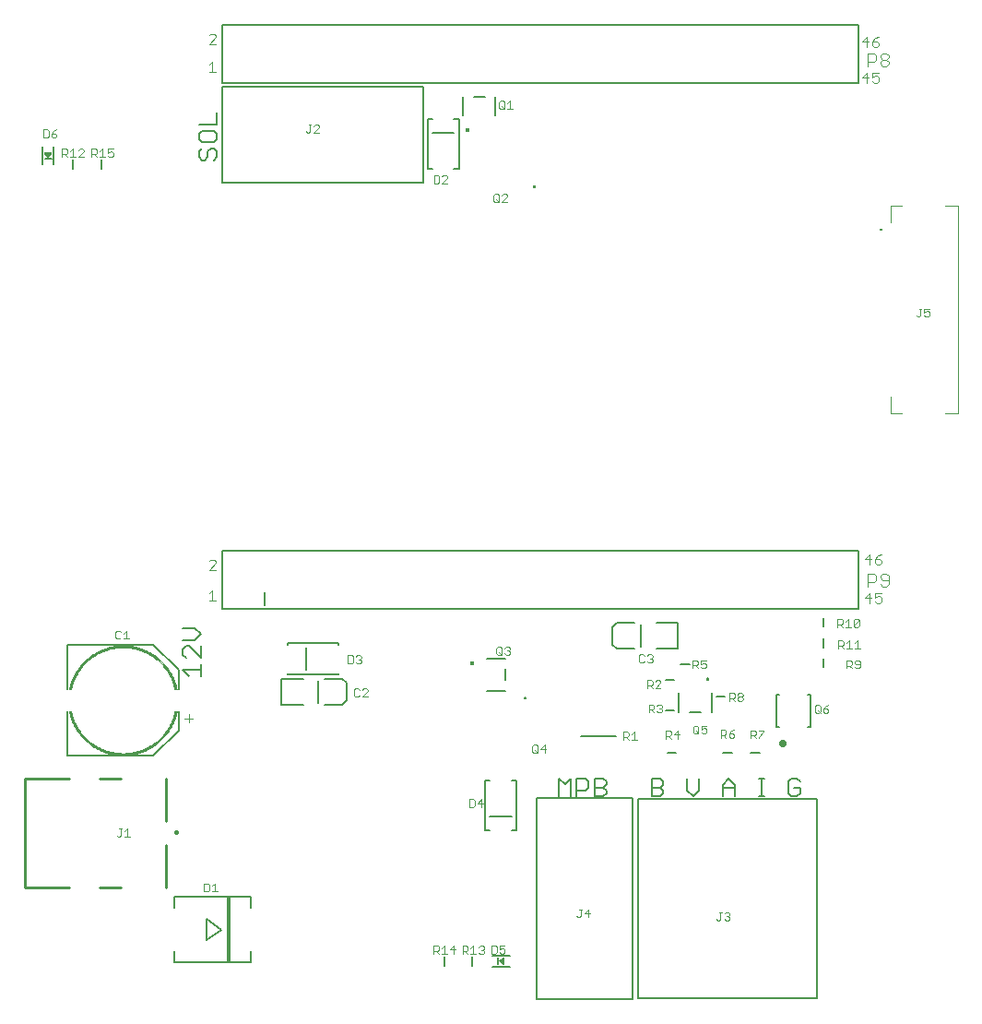
<source format=gbr>
G04 EAGLE Gerber RS-274X export*
G75*
%MOMM*%
%FSLAX34Y34*%
%LPD*%
%INSilkscreen Top*%
%IPPOS*%
%AMOC8*
5,1,8,0,0,1.08239X$1,22.5*%
G01*
%ADD10C,0.152400*%
%ADD11C,0.101600*%
%ADD12C,0.076200*%
%ADD13C,0.203200*%
%ADD14R,0.400000X6.000000*%
%ADD15C,0.020319*%
%ADD16C,0.127000*%
%ADD17C,0.406400*%
%ADD18C,0.100000*%
%ADD19C,0.254000*%
%ADD20C,0.300000*%

G36*
X20084Y765725D02*
X20084Y765725D01*
X20154Y765722D01*
X20195Y765735D01*
X20238Y765740D01*
X20301Y765770D01*
X20367Y765792D01*
X20401Y765819D01*
X20440Y765838D01*
X20503Y765900D01*
X20543Y765932D01*
X20554Y765950D01*
X20573Y765969D01*
X23573Y769969D01*
X23593Y770009D01*
X23621Y770044D01*
X23643Y770109D01*
X23674Y770170D01*
X23679Y770214D01*
X23693Y770256D01*
X23691Y770325D01*
X23699Y770393D01*
X23688Y770436D01*
X23687Y770481D01*
X23661Y770544D01*
X23644Y770611D01*
X23619Y770647D01*
X23602Y770688D01*
X23556Y770739D01*
X23517Y770796D01*
X23481Y770821D01*
X23451Y770854D01*
X23390Y770885D01*
X23334Y770925D01*
X23291Y770936D01*
X23251Y770957D01*
X23166Y770969D01*
X23117Y770982D01*
X23095Y770980D01*
X23066Y770984D01*
X17066Y770984D01*
X17022Y770976D01*
X16978Y770978D01*
X16913Y770957D01*
X16845Y770945D01*
X16807Y770922D01*
X16765Y770908D01*
X16711Y770865D01*
X16652Y770830D01*
X16624Y770796D01*
X16589Y770768D01*
X16554Y770709D01*
X16511Y770656D01*
X16496Y770614D01*
X16473Y770576D01*
X16461Y770509D01*
X16439Y770444D01*
X16440Y770399D01*
X16432Y770356D01*
X16443Y770288D01*
X16445Y770219D01*
X16462Y770178D01*
X16470Y770134D01*
X16511Y770058D01*
X16530Y770012D01*
X16545Y769995D01*
X16559Y769969D01*
X19559Y765969D01*
X19590Y765940D01*
X19615Y765904D01*
X19672Y765864D01*
X19723Y765817D01*
X19763Y765800D01*
X19798Y765775D01*
X19866Y765757D01*
X19930Y765731D01*
X19973Y765729D01*
X20015Y765718D01*
X20084Y765725D01*
G37*
G36*
X438204Y25334D02*
X438204Y25334D01*
X438249Y25335D01*
X438312Y25361D01*
X438379Y25378D01*
X438415Y25403D01*
X438456Y25420D01*
X438507Y25466D01*
X438564Y25505D01*
X438589Y25541D01*
X438622Y25571D01*
X438653Y25632D01*
X438693Y25688D01*
X438704Y25731D01*
X438725Y25771D01*
X438737Y25857D01*
X438750Y25905D01*
X438748Y25927D01*
X438752Y25956D01*
X438752Y31956D01*
X438744Y32000D01*
X438746Y32044D01*
X438725Y32109D01*
X438713Y32177D01*
X438690Y32215D01*
X438676Y32257D01*
X438633Y32311D01*
X438598Y32370D01*
X438564Y32398D01*
X438536Y32433D01*
X438477Y32468D01*
X438424Y32511D01*
X438382Y32526D01*
X438344Y32549D01*
X438277Y32561D01*
X438212Y32583D01*
X438167Y32582D01*
X438124Y32590D01*
X438056Y32579D01*
X437987Y32577D01*
X437946Y32560D01*
X437902Y32552D01*
X437826Y32511D01*
X437780Y32492D01*
X437763Y32477D01*
X437737Y32463D01*
X433737Y29463D01*
X433708Y29432D01*
X433672Y29407D01*
X433632Y29350D01*
X433585Y29299D01*
X433568Y29259D01*
X433543Y29224D01*
X433525Y29156D01*
X433499Y29092D01*
X433497Y29049D01*
X433486Y29007D01*
X433493Y28938D01*
X433490Y28868D01*
X433503Y28827D01*
X433508Y28784D01*
X433538Y28721D01*
X433560Y28655D01*
X433587Y28621D01*
X433606Y28582D01*
X433668Y28519D01*
X433700Y28479D01*
X433718Y28468D01*
X433737Y28449D01*
X437737Y25449D01*
X437777Y25429D01*
X437812Y25401D01*
X437877Y25379D01*
X437938Y25348D01*
X437982Y25343D01*
X438024Y25329D01*
X438093Y25331D01*
X438161Y25323D01*
X438204Y25334D01*
G37*
D10*
X149271Y290812D02*
X143848Y296235D01*
X160118Y296235D01*
X160118Y290812D02*
X160118Y301659D01*
X160118Y307184D02*
X160118Y318030D01*
X160118Y307184D02*
X149271Y318030D01*
X146560Y318030D01*
X143848Y315319D01*
X143848Y309895D01*
X146560Y307184D01*
X143848Y323555D02*
X154695Y323555D01*
X160118Y328978D01*
X154695Y334402D01*
X143848Y334402D01*
X218864Y355646D02*
X218864Y367509D01*
X574092Y196360D02*
X574092Y180090D01*
X574092Y196360D02*
X582227Y196360D01*
X584939Y193648D01*
X584939Y190937D01*
X582227Y188225D01*
X584939Y185513D01*
X584939Y182802D01*
X582227Y180090D01*
X574092Y180090D01*
X574092Y188225D02*
X582227Y188225D01*
X606835Y185513D02*
X606835Y196360D01*
X606835Y185513D02*
X612258Y180090D01*
X617682Y185513D01*
X617682Y196360D01*
X639578Y190937D02*
X639578Y180090D01*
X639578Y190937D02*
X645002Y196360D01*
X650425Y190937D01*
X650425Y180090D01*
X650425Y188225D02*
X639578Y188225D01*
X672321Y180090D02*
X677745Y180090D01*
X675033Y180090D02*
X675033Y196360D01*
X672321Y196360D02*
X677745Y196360D01*
X707742Y196360D02*
X710454Y193648D01*
X707742Y196360D02*
X702319Y196360D01*
X699607Y193648D01*
X699607Y182802D01*
X702319Y180090D01*
X707742Y180090D01*
X710454Y182802D01*
X710454Y188225D01*
X705031Y188225D01*
X488980Y180202D02*
X488980Y196472D01*
X494403Y191049D01*
X499827Y196472D01*
X499827Y180202D01*
X505352Y180202D02*
X505352Y196472D01*
X513487Y196472D01*
X516198Y193760D01*
X516198Y188337D01*
X513487Y185625D01*
X505352Y185625D01*
X521723Y180202D02*
X521723Y196472D01*
X529858Y196472D01*
X532570Y193760D01*
X532570Y191049D01*
X529858Y188337D01*
X532570Y185625D01*
X532570Y182914D01*
X529858Y180202D01*
X521723Y180202D01*
X521723Y188337D02*
X529858Y188337D01*
X158464Y772159D02*
X161176Y774871D01*
X158464Y772159D02*
X158464Y766736D01*
X161176Y764024D01*
X163887Y764024D01*
X166599Y766736D01*
X166599Y772159D01*
X169311Y774871D01*
X172022Y774871D01*
X174734Y772159D01*
X174734Y766736D01*
X172022Y764024D01*
X158464Y783107D02*
X158464Y788531D01*
X158464Y783107D02*
X161176Y780396D01*
X172022Y780396D01*
X174734Y783107D01*
X174734Y788531D01*
X172022Y791242D01*
X161176Y791242D01*
X158464Y788531D01*
X158464Y796767D02*
X174734Y796767D01*
X174734Y807614D01*
X764210Y834690D02*
X764210Y888030D01*
X764210Y834690D02*
X180010Y834690D01*
X180010Y888030D01*
X764210Y888030D01*
X764210Y405430D02*
X764210Y352090D01*
X180010Y352090D01*
X180010Y405430D01*
X764210Y405430D01*
D11*
X772338Y384612D02*
X772338Y372918D01*
X772338Y384612D02*
X778185Y384612D01*
X780134Y382663D01*
X780134Y378765D01*
X778185Y376816D01*
X772338Y376816D01*
X784032Y374867D02*
X785981Y372918D01*
X789879Y372918D01*
X791828Y374867D01*
X791828Y382663D01*
X789879Y384612D01*
X785981Y384612D01*
X784032Y382663D01*
X784032Y380714D01*
X785981Y378765D01*
X791828Y378765D01*
X772338Y850438D02*
X772338Y862132D01*
X778185Y862132D01*
X780134Y860183D01*
X780134Y856285D01*
X778185Y854336D01*
X772338Y854336D01*
X784032Y860183D02*
X785981Y862132D01*
X789879Y862132D01*
X791828Y860183D01*
X791828Y858234D01*
X789879Y856285D01*
X791828Y854336D01*
X791828Y852387D01*
X789879Y850438D01*
X785981Y850438D01*
X784032Y852387D01*
X784032Y854336D01*
X785981Y856285D01*
X784032Y858234D01*
X784032Y860183D01*
X785981Y856285D02*
X789879Y856285D01*
D12*
X173962Y870631D02*
X167691Y870631D01*
X173962Y876902D01*
X173962Y878469D01*
X172394Y880037D01*
X169259Y880037D01*
X167691Y878469D01*
X170826Y854637D02*
X167691Y851502D01*
X170826Y854637D02*
X170826Y845231D01*
X167691Y845231D02*
X173962Y845231D01*
X170826Y369497D02*
X167691Y366362D01*
X170826Y369497D02*
X170826Y360091D01*
X167691Y360091D02*
X173962Y360091D01*
X173962Y388031D02*
X167691Y388031D01*
X173962Y394302D01*
X173962Y395869D01*
X172394Y397437D01*
X169259Y397437D01*
X167691Y395869D01*
X771834Y835071D02*
X771834Y844477D01*
X767131Y839774D01*
X773402Y839774D01*
X776486Y844477D02*
X782757Y844477D01*
X776486Y844477D02*
X776486Y839774D01*
X779622Y841342D01*
X781189Y841342D01*
X782757Y839774D01*
X782757Y836639D01*
X781189Y835071D01*
X778054Y835071D01*
X776486Y836639D01*
X774374Y366957D02*
X774374Y357551D01*
X769671Y362254D02*
X774374Y366957D01*
X775942Y362254D02*
X769671Y362254D01*
X779026Y366957D02*
X785297Y366957D01*
X779026Y366957D02*
X779026Y362254D01*
X782162Y363822D01*
X783729Y363822D01*
X785297Y362254D01*
X785297Y359119D01*
X783729Y357551D01*
X780594Y357551D01*
X779026Y359119D01*
X774374Y393111D02*
X774374Y402517D01*
X769671Y397814D01*
X775942Y397814D01*
X782162Y400949D02*
X785297Y402517D01*
X782162Y400949D02*
X779026Y397814D01*
X779026Y394679D01*
X780594Y393111D01*
X783729Y393111D01*
X785297Y394679D01*
X785297Y396246D01*
X783729Y397814D01*
X779026Y397814D01*
X771834Y868091D02*
X771834Y877497D01*
X767131Y872794D01*
X773402Y872794D01*
X779622Y875929D02*
X782757Y877497D01*
X779622Y875929D02*
X776486Y872794D01*
X776486Y869659D01*
X778054Y868091D01*
X781189Y868091D01*
X782757Y869659D01*
X782757Y871226D01*
X781189Y872794D01*
X776486Y872794D01*
D13*
X206082Y28020D02*
X136082Y28020D01*
X136082Y88020D02*
X206082Y88020D01*
X179382Y58020D02*
X165652Y48020D01*
X179382Y58020D02*
X165652Y68020D01*
X165652Y48020D01*
X206082Y38020D02*
X206082Y28020D01*
X206082Y78020D02*
X206082Y88020D01*
X136082Y38020D02*
X136082Y28020D01*
X136082Y78020D02*
X136082Y88020D01*
D14*
X186082Y58020D03*
D12*
X163353Y92965D02*
X163353Y100337D01*
X163353Y92965D02*
X167039Y92965D01*
X168268Y94194D01*
X168268Y99109D01*
X167039Y100337D01*
X163353Y100337D01*
X170837Y97880D02*
X173294Y100337D01*
X173294Y92965D01*
X170837Y92965D02*
X175752Y92965D01*
D13*
X37666Y278330D02*
X37666Y319330D01*
X116666Y319330D01*
X139666Y296330D01*
X139666Y278330D01*
X139666Y258330D02*
X139666Y240330D01*
X116666Y217330D01*
X37666Y217330D01*
X37666Y258330D01*
D15*
X39291Y258046D02*
X41082Y258416D01*
X41082Y258415D02*
X41338Y257258D01*
X41622Y256108D01*
X41934Y254964D01*
X42274Y253829D01*
X42641Y252702D01*
X43035Y251585D01*
X43457Y250477D01*
X43906Y249381D01*
X44381Y248295D01*
X44883Y247221D01*
X45410Y246160D01*
X45964Y245112D01*
X46543Y244078D01*
X47146Y243058D01*
X47775Y242054D01*
X48427Y241065D01*
X49104Y240092D01*
X49804Y239136D01*
X50528Y238197D01*
X51274Y237276D01*
X52042Y236374D01*
X52832Y235490D01*
X53643Y234626D01*
X54475Y233783D01*
X55327Y232959D01*
X56200Y232157D01*
X57091Y231376D01*
X58001Y230618D01*
X58930Y229881D01*
X59876Y229168D01*
X60839Y228477D01*
X61819Y227811D01*
X62815Y227168D01*
X63826Y226550D01*
X64852Y225957D01*
X65892Y225389D01*
X66946Y224847D01*
X68013Y224330D01*
X69091Y223840D01*
X70182Y223376D01*
X71283Y222939D01*
X72395Y222528D01*
X73516Y222145D01*
X74647Y221790D01*
X75786Y221462D01*
X76932Y221162D01*
X78086Y220890D01*
X79245Y220646D01*
X80411Y220430D01*
X81581Y220243D01*
X82755Y220085D01*
X83933Y219955D01*
X85114Y219854D01*
X86297Y219782D01*
X87481Y219738D01*
X88666Y219724D01*
X89851Y219738D01*
X91035Y219782D01*
X92218Y219854D01*
X93399Y219955D01*
X94577Y220085D01*
X95751Y220243D01*
X96921Y220430D01*
X98087Y220646D01*
X99246Y220890D01*
X100400Y221162D01*
X101546Y221462D01*
X102685Y221790D01*
X103816Y222145D01*
X104937Y222528D01*
X106049Y222939D01*
X107150Y223376D01*
X108241Y223840D01*
X109319Y224330D01*
X110386Y224847D01*
X111440Y225389D01*
X112480Y225957D01*
X113506Y226550D01*
X114517Y227168D01*
X115513Y227811D01*
X116493Y228477D01*
X117456Y229168D01*
X118402Y229881D01*
X119331Y230618D01*
X120241Y231376D01*
X121132Y232157D01*
X122005Y232959D01*
X122857Y233783D01*
X123689Y234626D01*
X124500Y235490D01*
X125290Y236374D01*
X126058Y237276D01*
X126804Y238197D01*
X127528Y239136D01*
X128228Y240092D01*
X128905Y241065D01*
X129557Y242054D01*
X130186Y243058D01*
X130789Y244078D01*
X131368Y245112D01*
X131922Y246160D01*
X132449Y247221D01*
X132951Y248295D01*
X133426Y249381D01*
X133875Y250477D01*
X134297Y251585D01*
X134691Y252702D01*
X135058Y253829D01*
X135398Y254964D01*
X135710Y256108D01*
X135994Y257258D01*
X136250Y258415D01*
X138041Y258046D01*
X137776Y256845D01*
X137481Y255651D01*
X137158Y254465D01*
X136805Y253287D01*
X136424Y252118D01*
X136015Y250958D01*
X135577Y249809D01*
X135112Y248671D01*
X134618Y247544D01*
X134098Y246430D01*
X133551Y245329D01*
X132976Y244241D01*
X132376Y243168D01*
X131750Y242110D01*
X131097Y241067D01*
X130420Y240041D01*
X129718Y239031D01*
X128992Y238039D01*
X128241Y237065D01*
X127467Y236109D01*
X126670Y235173D01*
X125850Y234256D01*
X125008Y233360D01*
X124145Y232484D01*
X123261Y231630D01*
X122356Y230797D01*
X121430Y229987D01*
X120486Y229200D01*
X119522Y228435D01*
X118541Y227695D01*
X117541Y226979D01*
X116524Y226287D01*
X115491Y225620D01*
X114442Y224979D01*
X113377Y224364D01*
X112298Y223774D01*
X111204Y223211D01*
X110098Y222675D01*
X108978Y222166D01*
X107847Y221685D01*
X106704Y221231D01*
X105550Y220805D01*
X104386Y220408D01*
X103213Y220039D01*
X102032Y219698D01*
X100842Y219387D01*
X99645Y219105D01*
X98442Y218851D01*
X97233Y218628D01*
X96018Y218434D01*
X94800Y218269D01*
X93577Y218135D01*
X92352Y218030D01*
X91125Y217955D01*
X89896Y217910D01*
X88666Y217895D01*
X87436Y217910D01*
X86207Y217955D01*
X84980Y218030D01*
X83755Y218135D01*
X82532Y218269D01*
X81314Y218434D01*
X80099Y218628D01*
X78890Y218851D01*
X77687Y219105D01*
X76490Y219387D01*
X75300Y219698D01*
X74119Y220039D01*
X72946Y220408D01*
X71782Y220805D01*
X70628Y221231D01*
X69485Y221685D01*
X68354Y222166D01*
X67234Y222675D01*
X66128Y223211D01*
X65034Y223774D01*
X63955Y224364D01*
X62890Y224979D01*
X61841Y225620D01*
X60808Y226287D01*
X59791Y226979D01*
X58791Y227695D01*
X57810Y228435D01*
X56846Y229200D01*
X55902Y229987D01*
X54976Y230797D01*
X54071Y231630D01*
X53187Y232484D01*
X52324Y233360D01*
X51482Y234256D01*
X50662Y235173D01*
X49865Y236109D01*
X49091Y237065D01*
X48340Y238039D01*
X47614Y239031D01*
X46912Y240041D01*
X46235Y241067D01*
X45582Y242110D01*
X44956Y243168D01*
X44356Y244241D01*
X43781Y245329D01*
X43234Y246430D01*
X42714Y247544D01*
X42220Y248671D01*
X41755Y249809D01*
X41317Y250958D01*
X40908Y252118D01*
X40527Y253287D01*
X40174Y254465D01*
X39851Y255651D01*
X39556Y256845D01*
X39291Y258046D01*
X39479Y258085D01*
X39743Y256888D01*
X40037Y255699D01*
X40359Y254517D01*
X40710Y253344D01*
X41090Y252179D01*
X41498Y251024D01*
X41934Y249879D01*
X42397Y248745D01*
X42889Y247623D01*
X43407Y246513D01*
X43952Y245416D01*
X44524Y244333D01*
X45123Y243264D01*
X45747Y242209D01*
X46396Y241171D01*
X47071Y240148D01*
X47770Y239143D01*
X48494Y238154D01*
X49242Y237184D01*
X50013Y236232D01*
X50807Y235299D01*
X51623Y234386D01*
X52462Y233493D01*
X53322Y232620D01*
X54203Y231769D01*
X55105Y230940D01*
X56026Y230133D01*
X56967Y229348D01*
X57927Y228587D01*
X58905Y227850D01*
X59901Y227136D01*
X60914Y226447D01*
X61943Y225783D01*
X62989Y225144D01*
X64049Y224531D01*
X65124Y223944D01*
X66213Y223383D01*
X67316Y222849D01*
X68431Y222342D01*
X69558Y221862D01*
X70697Y221410D01*
X71846Y220986D01*
X73005Y220590D01*
X74174Y220222D01*
X75351Y219883D01*
X76536Y219573D01*
X77729Y219292D01*
X78927Y219040D01*
X80132Y218817D01*
X81342Y218624D01*
X82556Y218460D01*
X83773Y218326D01*
X84994Y218221D01*
X86217Y218147D01*
X87441Y218102D01*
X88666Y218087D01*
X89891Y218102D01*
X91115Y218147D01*
X92338Y218221D01*
X93559Y218326D01*
X94776Y218460D01*
X95990Y218624D01*
X97200Y218817D01*
X98405Y219040D01*
X99603Y219292D01*
X100796Y219573D01*
X101981Y219883D01*
X103158Y220222D01*
X104327Y220590D01*
X105486Y220986D01*
X106635Y221410D01*
X107774Y221862D01*
X108901Y222342D01*
X110016Y222849D01*
X111119Y223383D01*
X112208Y223944D01*
X113283Y224531D01*
X114343Y225144D01*
X115389Y225783D01*
X116418Y226447D01*
X117431Y227136D01*
X118427Y227850D01*
X119405Y228587D01*
X120365Y229348D01*
X121306Y230133D01*
X122227Y230940D01*
X123129Y231769D01*
X124010Y232620D01*
X124870Y233493D01*
X125709Y234386D01*
X126525Y235299D01*
X127319Y236232D01*
X128090Y237184D01*
X128838Y238154D01*
X129562Y239143D01*
X130261Y240148D01*
X130936Y241171D01*
X131585Y242209D01*
X132209Y243264D01*
X132808Y244333D01*
X133380Y245416D01*
X133925Y246513D01*
X134443Y247623D01*
X134935Y248745D01*
X135398Y249879D01*
X135834Y251024D01*
X136242Y252179D01*
X136622Y253344D01*
X136973Y254517D01*
X137295Y255699D01*
X137589Y256888D01*
X137853Y258085D01*
X137665Y258123D01*
X137402Y256932D01*
X137109Y255747D01*
X136788Y254570D01*
X136439Y253401D01*
X136060Y252240D01*
X135654Y251090D01*
X135220Y249949D01*
X134758Y248820D01*
X134268Y247702D01*
X133752Y246596D01*
X133209Y245503D01*
X132639Y244424D01*
X132043Y243359D01*
X131421Y242309D01*
X130774Y241274D01*
X130102Y240256D01*
X129405Y239254D01*
X128684Y238269D01*
X127939Y237303D01*
X127171Y236354D01*
X126380Y235425D01*
X125567Y234515D01*
X124731Y233626D01*
X123875Y232757D01*
X122997Y231909D01*
X122099Y231083D01*
X121181Y230279D01*
X120243Y229497D01*
X119287Y228739D01*
X118313Y228004D01*
X117321Y227293D01*
X116312Y226607D01*
X115286Y225945D01*
X114245Y225309D01*
X113189Y224698D01*
X112118Y224113D01*
X111033Y223555D01*
X109934Y223023D01*
X108823Y222518D01*
X107701Y222040D01*
X106566Y221589D01*
X105421Y221167D01*
X104267Y220772D01*
X103102Y220406D01*
X101930Y220068D01*
X100749Y219759D01*
X99561Y219479D01*
X98367Y219228D01*
X97167Y219006D01*
X95962Y218814D01*
X94753Y218650D01*
X93540Y218517D01*
X92324Y218413D01*
X91106Y218339D01*
X89886Y218294D01*
X88666Y218279D01*
X87446Y218294D01*
X86226Y218339D01*
X85008Y218413D01*
X83792Y218517D01*
X82579Y218650D01*
X81370Y218814D01*
X80165Y219006D01*
X78965Y219228D01*
X77771Y219479D01*
X76583Y219759D01*
X75402Y220068D01*
X74230Y220406D01*
X73065Y220772D01*
X71911Y221167D01*
X70766Y221589D01*
X69631Y222040D01*
X68509Y222518D01*
X67398Y223023D01*
X66299Y223555D01*
X65214Y224113D01*
X64143Y224698D01*
X63087Y225309D01*
X62046Y225945D01*
X61020Y226607D01*
X60011Y227293D01*
X59019Y228004D01*
X58045Y228739D01*
X57089Y229497D01*
X56151Y230279D01*
X55233Y231083D01*
X54335Y231909D01*
X53457Y232757D01*
X52601Y233626D01*
X51765Y234515D01*
X50952Y235425D01*
X50161Y236354D01*
X49393Y237303D01*
X48648Y238269D01*
X47927Y239254D01*
X47230Y240256D01*
X46558Y241274D01*
X45911Y242309D01*
X45289Y243359D01*
X44693Y244424D01*
X44123Y245503D01*
X43580Y246596D01*
X43064Y247702D01*
X42574Y248820D01*
X42112Y249949D01*
X41678Y251090D01*
X41272Y252240D01*
X40893Y253401D01*
X40544Y254570D01*
X40223Y255747D01*
X39930Y256932D01*
X39667Y258123D01*
X39855Y258162D01*
X40117Y256975D01*
X40408Y255795D01*
X40728Y254622D01*
X41077Y253457D01*
X41454Y252302D01*
X41858Y251155D01*
X42291Y250019D01*
X42751Y248894D01*
X43239Y247780D01*
X43753Y246679D01*
X44294Y245591D01*
X44862Y244516D01*
X45456Y243455D01*
X46075Y242409D01*
X46720Y241378D01*
X47389Y240363D01*
X48083Y239365D01*
X48801Y238384D01*
X49543Y237421D01*
X50309Y236477D01*
X51097Y235551D01*
X51907Y234645D01*
X52739Y233759D01*
X53593Y232893D01*
X54467Y232049D01*
X55362Y231226D01*
X56276Y230425D01*
X57210Y229646D01*
X58162Y228891D01*
X59133Y228159D01*
X60121Y227451D01*
X61126Y226767D01*
X62148Y226108D01*
X63185Y225474D01*
X64238Y224865D01*
X65304Y224283D01*
X66385Y223726D01*
X67479Y223196D01*
X68586Y222693D01*
X69705Y222217D01*
X70834Y221769D01*
X71975Y221348D01*
X73125Y220955D01*
X74285Y220590D01*
X75453Y220254D01*
X76629Y219946D01*
X77812Y219667D01*
X79002Y219417D01*
X80197Y219195D01*
X81398Y219004D01*
X82603Y218841D01*
X83811Y218708D01*
X85022Y218604D01*
X86236Y218530D01*
X87450Y218486D01*
X88666Y218471D01*
X89882Y218486D01*
X91096Y218530D01*
X92310Y218604D01*
X93521Y218708D01*
X94729Y218841D01*
X95934Y219004D01*
X97135Y219195D01*
X98330Y219417D01*
X99520Y219667D01*
X100703Y219946D01*
X101879Y220254D01*
X103047Y220590D01*
X104207Y220955D01*
X105357Y221348D01*
X106498Y221769D01*
X107627Y222217D01*
X108746Y222693D01*
X109853Y223196D01*
X110947Y223726D01*
X112028Y224283D01*
X113094Y224865D01*
X114147Y225474D01*
X115184Y226108D01*
X116206Y226767D01*
X117211Y227451D01*
X118199Y228159D01*
X119170Y228891D01*
X120122Y229646D01*
X121056Y230425D01*
X121970Y231226D01*
X122865Y232049D01*
X123739Y232893D01*
X124593Y233759D01*
X125425Y234645D01*
X126235Y235551D01*
X127023Y236477D01*
X127789Y237421D01*
X128531Y238384D01*
X129249Y239365D01*
X129943Y240363D01*
X130612Y241378D01*
X131257Y242409D01*
X131876Y243455D01*
X132470Y244516D01*
X133038Y245591D01*
X133579Y246679D01*
X134093Y247780D01*
X134581Y248894D01*
X135041Y250019D01*
X135474Y251155D01*
X135878Y252302D01*
X136255Y253457D01*
X136604Y254622D01*
X136924Y255795D01*
X137215Y256975D01*
X137477Y258162D01*
X137289Y258201D01*
X137028Y257019D01*
X136738Y255843D01*
X136419Y254675D01*
X136072Y253514D01*
X135696Y252363D01*
X135293Y251221D01*
X134862Y250090D01*
X134404Y248969D01*
X133918Y247859D01*
X133406Y246762D01*
X132867Y245678D01*
X132301Y244607D01*
X131710Y243550D01*
X131093Y242508D01*
X130451Y241481D01*
X129784Y240471D01*
X129092Y239477D01*
X128377Y238500D01*
X127638Y237540D01*
X126876Y236599D01*
X126091Y235677D01*
X125283Y234774D01*
X124454Y233892D01*
X123604Y233029D01*
X122733Y232188D01*
X121842Y231368D01*
X120931Y230570D01*
X120001Y229795D01*
X119052Y229043D01*
X118085Y228313D01*
X117101Y227608D01*
X116099Y226927D01*
X115082Y226270D01*
X114049Y225639D01*
X113000Y225033D01*
X111937Y224452D01*
X110861Y223898D01*
X109771Y223370D01*
X108669Y222869D01*
X107554Y222395D01*
X106429Y221948D01*
X105293Y221529D01*
X104147Y221137D01*
X102992Y220774D01*
X101828Y220439D01*
X100656Y220132D01*
X99478Y219854D01*
X98293Y219605D01*
X97102Y219385D01*
X95906Y219194D01*
X94706Y219032D01*
X93502Y218899D01*
X92296Y218796D01*
X91087Y218722D01*
X89877Y218678D01*
X88666Y218663D01*
X87455Y218678D01*
X86245Y218722D01*
X85036Y218796D01*
X83830Y218899D01*
X82626Y219032D01*
X81426Y219194D01*
X80230Y219385D01*
X79039Y219605D01*
X77854Y219854D01*
X76676Y220132D01*
X75504Y220439D01*
X74340Y220774D01*
X73185Y221137D01*
X72039Y221529D01*
X70903Y221948D01*
X69778Y222395D01*
X68663Y222869D01*
X67561Y223370D01*
X66471Y223898D01*
X65395Y224452D01*
X64332Y225033D01*
X63283Y225639D01*
X62250Y226270D01*
X61233Y226927D01*
X60231Y227608D01*
X59247Y228313D01*
X58280Y229043D01*
X57331Y229795D01*
X56401Y230570D01*
X55490Y231368D01*
X54599Y232188D01*
X53728Y233029D01*
X52878Y233892D01*
X52049Y234774D01*
X51241Y235677D01*
X50456Y236599D01*
X49694Y237540D01*
X48955Y238500D01*
X48240Y239477D01*
X47548Y240471D01*
X46881Y241481D01*
X46239Y242508D01*
X45622Y243550D01*
X45031Y244607D01*
X44465Y245678D01*
X43926Y246762D01*
X43414Y247859D01*
X42928Y248969D01*
X42470Y250090D01*
X42039Y251221D01*
X41636Y252363D01*
X41260Y253514D01*
X40913Y254675D01*
X40594Y255843D01*
X40304Y257019D01*
X40043Y258201D01*
X40231Y258240D01*
X40491Y257062D01*
X40780Y255891D01*
X41098Y254727D01*
X41444Y253571D01*
X41817Y252424D01*
X42219Y251287D01*
X42648Y250160D01*
X43105Y249043D01*
X43589Y247938D01*
X44099Y246845D01*
X44636Y245765D01*
X45200Y244698D01*
X45789Y243646D01*
X46403Y242608D01*
X47043Y241585D01*
X47707Y240578D01*
X48396Y239588D01*
X49109Y238615D01*
X49845Y237659D01*
X50604Y236722D01*
X51386Y235803D01*
X52190Y234904D01*
X53016Y234025D01*
X53863Y233166D01*
X54731Y232328D01*
X55619Y231511D01*
X56526Y230716D01*
X57453Y229944D01*
X58398Y229194D01*
X59361Y228468D01*
X60341Y227765D01*
X61339Y227087D01*
X62352Y226433D01*
X63382Y225804D01*
X64426Y225200D01*
X65485Y224622D01*
X66557Y224070D01*
X67643Y223544D01*
X68741Y223045D01*
X69851Y222572D01*
X70972Y222127D01*
X72104Y221710D01*
X73245Y221320D01*
X74396Y220958D01*
X75555Y220624D01*
X76722Y220318D01*
X77896Y220041D01*
X79077Y219793D01*
X80263Y219574D01*
X81454Y219383D01*
X82649Y219222D01*
X83848Y219090D01*
X85050Y218987D01*
X86254Y218914D01*
X87460Y218870D01*
X88666Y218855D01*
X89872Y218870D01*
X91078Y218914D01*
X92282Y218987D01*
X93484Y219090D01*
X94683Y219222D01*
X95878Y219383D01*
X97069Y219574D01*
X98255Y219793D01*
X99436Y220041D01*
X100610Y220318D01*
X101777Y220624D01*
X102936Y220958D01*
X104087Y221320D01*
X105228Y221710D01*
X106360Y222127D01*
X107481Y222572D01*
X108591Y223045D01*
X109689Y223544D01*
X110775Y224070D01*
X111847Y224622D01*
X112906Y225200D01*
X113950Y225804D01*
X114980Y226433D01*
X115993Y227087D01*
X116991Y227765D01*
X117971Y228468D01*
X118934Y229194D01*
X119879Y229944D01*
X120806Y230716D01*
X121713Y231511D01*
X122601Y232328D01*
X123469Y233166D01*
X124316Y234025D01*
X125142Y234904D01*
X125946Y235803D01*
X126728Y236722D01*
X127487Y237659D01*
X128223Y238615D01*
X128936Y239588D01*
X129625Y240578D01*
X130289Y241585D01*
X130929Y242608D01*
X131543Y243646D01*
X132132Y244698D01*
X132696Y245765D01*
X133233Y246845D01*
X133743Y247938D01*
X134227Y249043D01*
X134684Y250160D01*
X135113Y251287D01*
X135515Y252424D01*
X135888Y253571D01*
X136234Y254727D01*
X136552Y255891D01*
X136841Y257062D01*
X137101Y258240D01*
X136913Y258279D01*
X136654Y257105D01*
X136366Y255939D01*
X136050Y254779D01*
X135705Y253628D01*
X135333Y252486D01*
X134933Y251353D01*
X134505Y250230D01*
X134050Y249118D01*
X133568Y248017D01*
X133060Y246928D01*
X132525Y245852D01*
X131964Y244790D01*
X131377Y243741D01*
X130765Y242707D01*
X130127Y241689D01*
X129466Y240686D01*
X128779Y239699D01*
X128070Y238730D01*
X127336Y237778D01*
X126580Y236844D01*
X125801Y235929D01*
X125000Y235034D01*
X124177Y234158D01*
X123334Y233302D01*
X122469Y232467D01*
X121585Y231654D01*
X120681Y230862D01*
X119758Y230093D01*
X118817Y229346D01*
X117857Y228623D01*
X116881Y227923D01*
X115887Y227247D01*
X114877Y226595D01*
X113852Y225969D01*
X112812Y225367D01*
X111757Y224791D01*
X110689Y224241D01*
X109608Y223718D01*
X108514Y223220D01*
X107408Y222750D01*
X106291Y222306D01*
X105164Y221890D01*
X104027Y221502D01*
X102881Y221141D01*
X101726Y220809D01*
X100564Y220505D01*
X99394Y220229D01*
X98218Y219982D01*
X97037Y219763D01*
X95850Y219573D01*
X94659Y219413D01*
X93465Y219281D01*
X92268Y219179D01*
X91068Y219106D01*
X89868Y219062D01*
X88666Y219047D01*
X87464Y219062D01*
X86264Y219106D01*
X85064Y219179D01*
X83867Y219281D01*
X82673Y219413D01*
X81482Y219573D01*
X80295Y219763D01*
X79114Y219982D01*
X77938Y220229D01*
X76768Y220505D01*
X75606Y220809D01*
X74451Y221141D01*
X73305Y221502D01*
X72168Y221890D01*
X71041Y222306D01*
X69924Y222750D01*
X68818Y223220D01*
X67724Y223718D01*
X66643Y224241D01*
X65575Y224791D01*
X64520Y225367D01*
X63480Y225969D01*
X62455Y226595D01*
X61445Y227247D01*
X60451Y227923D01*
X59475Y228623D01*
X58515Y229346D01*
X57574Y230093D01*
X56651Y230862D01*
X55747Y231654D01*
X54863Y232467D01*
X53998Y233302D01*
X53155Y234158D01*
X52332Y235034D01*
X51531Y235929D01*
X50752Y236844D01*
X49996Y237778D01*
X49262Y238730D01*
X48553Y239699D01*
X47866Y240686D01*
X47205Y241689D01*
X46567Y242707D01*
X45955Y243741D01*
X45368Y244790D01*
X44807Y245852D01*
X44272Y246928D01*
X43764Y248017D01*
X43282Y249118D01*
X42827Y250230D01*
X42399Y251353D01*
X41999Y252486D01*
X41627Y253628D01*
X41282Y254779D01*
X40966Y255939D01*
X40678Y257105D01*
X40419Y258279D01*
X40607Y258317D01*
X40865Y257149D01*
X41152Y255987D01*
X41467Y254832D01*
X41810Y253685D01*
X42181Y252547D01*
X42580Y251419D01*
X43006Y250300D01*
X43459Y249192D01*
X43939Y248096D01*
X44446Y247011D01*
X44978Y245940D01*
X45537Y244881D01*
X46122Y243837D01*
X46732Y242807D01*
X47366Y241792D01*
X48026Y240793D01*
X48709Y239810D01*
X49416Y238845D01*
X50147Y237897D01*
X50900Y236967D01*
X51676Y236055D01*
X52474Y235163D01*
X53293Y234291D01*
X54133Y233438D01*
X54994Y232607D01*
X55875Y231796D01*
X56776Y231008D01*
X57695Y230242D01*
X58633Y229498D01*
X59589Y228777D01*
X60561Y228080D01*
X61551Y227407D01*
X62557Y226758D01*
X63578Y226134D01*
X64614Y225535D01*
X65665Y224961D01*
X66729Y224413D01*
X67806Y223891D01*
X68896Y223396D01*
X69997Y222927D01*
X71110Y222486D01*
X72232Y222071D01*
X73365Y221684D01*
X74507Y221325D01*
X75657Y220994D01*
X76815Y220691D01*
X77980Y220416D01*
X79151Y220170D01*
X80328Y219952D01*
X81510Y219763D01*
X82696Y219603D01*
X83886Y219472D01*
X85078Y219370D01*
X86273Y219297D01*
X87469Y219254D01*
X88666Y219239D01*
X89863Y219254D01*
X91059Y219297D01*
X92254Y219370D01*
X93446Y219472D01*
X94636Y219603D01*
X95822Y219763D01*
X97004Y219952D01*
X98181Y220170D01*
X99352Y220416D01*
X100517Y220691D01*
X101675Y220994D01*
X102825Y221325D01*
X103967Y221684D01*
X105100Y222071D01*
X106222Y222486D01*
X107335Y222927D01*
X108436Y223396D01*
X109526Y223891D01*
X110603Y224413D01*
X111667Y224961D01*
X112718Y225535D01*
X113754Y226134D01*
X114775Y226758D01*
X115781Y227407D01*
X116771Y228080D01*
X117743Y228777D01*
X118699Y229498D01*
X119637Y230242D01*
X120556Y231008D01*
X121457Y231796D01*
X122338Y232607D01*
X123199Y233438D01*
X124039Y234291D01*
X124858Y235163D01*
X125656Y236055D01*
X126432Y236967D01*
X127185Y237897D01*
X127916Y238845D01*
X128623Y239810D01*
X129306Y240793D01*
X129966Y241792D01*
X130600Y242807D01*
X131210Y243837D01*
X131795Y244881D01*
X132354Y245940D01*
X132886Y247011D01*
X133393Y248096D01*
X133873Y249192D01*
X134326Y250300D01*
X134752Y251419D01*
X135151Y252547D01*
X135522Y253685D01*
X135865Y254832D01*
X136180Y255987D01*
X136467Y257149D01*
X136725Y258317D01*
X136537Y258356D01*
X136280Y257192D01*
X135994Y256034D01*
X135680Y254884D01*
X135338Y253742D01*
X134969Y252609D01*
X134572Y251484D01*
X134147Y250370D01*
X133696Y249267D01*
X133218Y248175D01*
X132713Y247095D01*
X132183Y246027D01*
X131626Y244973D01*
X131044Y243932D01*
X130436Y242906D01*
X129804Y241896D01*
X129147Y240901D01*
X128467Y239922D01*
X127762Y238960D01*
X127035Y238016D01*
X126284Y237089D01*
X125511Y236181D01*
X124717Y235293D01*
X123900Y234424D01*
X123063Y233575D01*
X122206Y232746D01*
X121328Y231939D01*
X120431Y231154D01*
X119516Y230390D01*
X118581Y229650D01*
X117630Y228932D01*
X116660Y228237D01*
X115675Y227567D01*
X114673Y226920D01*
X113656Y226299D01*
X112624Y225702D01*
X111577Y225131D01*
X110517Y224585D01*
X109444Y224065D01*
X108359Y223572D01*
X107262Y223105D01*
X106154Y222665D01*
X105035Y222252D01*
X103907Y221867D01*
X102770Y221509D01*
X101624Y221179D01*
X100471Y220877D01*
X99310Y220604D01*
X98144Y220358D01*
X96971Y220141D01*
X95794Y219953D01*
X94612Y219794D01*
X93427Y219663D01*
X92240Y219562D01*
X91050Y219489D01*
X89858Y219446D01*
X88666Y219431D01*
X87474Y219446D01*
X86282Y219489D01*
X85092Y219562D01*
X83905Y219663D01*
X82720Y219794D01*
X81538Y219953D01*
X80361Y220141D01*
X79188Y220358D01*
X78022Y220604D01*
X76861Y220877D01*
X75708Y221179D01*
X74562Y221509D01*
X73425Y221867D01*
X72297Y222252D01*
X71178Y222665D01*
X70070Y223105D01*
X68973Y223572D01*
X67888Y224065D01*
X66815Y224585D01*
X65755Y225131D01*
X64708Y225702D01*
X63676Y226299D01*
X62659Y226920D01*
X61657Y227567D01*
X60672Y228237D01*
X59702Y228932D01*
X58751Y229650D01*
X57816Y230390D01*
X56901Y231154D01*
X56004Y231939D01*
X55126Y232746D01*
X54269Y233575D01*
X53432Y234424D01*
X52615Y235293D01*
X51821Y236181D01*
X51048Y237089D01*
X50297Y238016D01*
X49570Y238960D01*
X48865Y239922D01*
X48185Y240901D01*
X47528Y241896D01*
X46896Y242906D01*
X46288Y243932D01*
X45706Y244973D01*
X45149Y246027D01*
X44619Y247095D01*
X44114Y248175D01*
X43636Y249267D01*
X43185Y250370D01*
X42760Y251484D01*
X42363Y252609D01*
X41994Y253742D01*
X41652Y254884D01*
X41338Y256034D01*
X41052Y257192D01*
X40795Y258356D01*
X40983Y258395D01*
X41239Y257235D01*
X41524Y256082D01*
X41837Y254937D01*
X42177Y253799D01*
X42545Y252670D01*
X42941Y251550D01*
X43363Y250440D01*
X43813Y249341D01*
X44289Y248254D01*
X44792Y247178D01*
X45320Y246114D01*
X45875Y245064D01*
X46455Y244028D01*
X47060Y243006D01*
X47690Y241999D01*
X48344Y241008D01*
X49022Y240033D01*
X49723Y239075D01*
X50448Y238134D01*
X51196Y237212D01*
X51966Y236307D01*
X52757Y235422D01*
X53570Y234556D01*
X54404Y233711D01*
X55258Y232886D01*
X56132Y232082D01*
X57025Y231300D01*
X57938Y230539D01*
X58868Y229801D01*
X59816Y229086D01*
X60782Y228395D01*
X61763Y227727D01*
X62761Y227083D01*
X63775Y226464D01*
X64803Y225869D01*
X65845Y225300D01*
X66901Y224757D01*
X67970Y224239D01*
X69051Y223747D01*
X70143Y223282D01*
X71247Y222844D01*
X72361Y222433D01*
X73485Y222049D01*
X74618Y221693D01*
X75759Y221364D01*
X76908Y221064D01*
X78064Y220791D01*
X79226Y220547D01*
X80393Y220331D01*
X81566Y220143D01*
X82743Y219984D01*
X83923Y219854D01*
X85106Y219753D01*
X86292Y219681D01*
X87479Y219637D01*
X88666Y219623D01*
X89853Y219637D01*
X91040Y219681D01*
X92226Y219753D01*
X93409Y219854D01*
X94589Y219984D01*
X95766Y220143D01*
X96939Y220331D01*
X98106Y220547D01*
X99268Y220791D01*
X100424Y221064D01*
X101573Y221364D01*
X102714Y221693D01*
X103847Y222049D01*
X104971Y222433D01*
X106085Y222844D01*
X107189Y223282D01*
X108281Y223747D01*
X109362Y224239D01*
X110431Y224757D01*
X111487Y225300D01*
X112529Y225869D01*
X113557Y226464D01*
X114571Y227083D01*
X115569Y227727D01*
X116550Y228395D01*
X117516Y229086D01*
X118464Y229801D01*
X119394Y230539D01*
X120307Y231300D01*
X121200Y232082D01*
X122074Y232886D01*
X122928Y233711D01*
X123762Y234556D01*
X124575Y235422D01*
X125366Y236307D01*
X126136Y237212D01*
X126884Y238134D01*
X127609Y239075D01*
X128310Y240033D01*
X128988Y241008D01*
X129642Y241999D01*
X130272Y243006D01*
X130877Y244028D01*
X131457Y245064D01*
X132012Y246114D01*
X132540Y247178D01*
X133043Y248254D01*
X133519Y249341D01*
X133969Y250440D01*
X134391Y251550D01*
X134787Y252670D01*
X135155Y253799D01*
X135495Y254937D01*
X135808Y256082D01*
X136093Y257235D01*
X136349Y258395D01*
X138041Y278614D02*
X136250Y278244D01*
X136250Y278245D02*
X135994Y279402D01*
X135710Y280552D01*
X135398Y281696D01*
X135058Y282831D01*
X134691Y283958D01*
X134297Y285075D01*
X133875Y286183D01*
X133426Y287279D01*
X132951Y288365D01*
X132449Y289439D01*
X131922Y290500D01*
X131368Y291548D01*
X130789Y292582D01*
X130186Y293602D01*
X129557Y294606D01*
X128905Y295595D01*
X128228Y296568D01*
X127528Y297524D01*
X126804Y298463D01*
X126058Y299384D01*
X125290Y300286D01*
X124500Y301170D01*
X123689Y302034D01*
X122857Y302877D01*
X122005Y303701D01*
X121132Y304503D01*
X120241Y305284D01*
X119331Y306042D01*
X118402Y306779D01*
X117456Y307492D01*
X116493Y308183D01*
X115513Y308849D01*
X114517Y309492D01*
X113506Y310110D01*
X112480Y310703D01*
X111440Y311271D01*
X110386Y311813D01*
X109319Y312330D01*
X108241Y312820D01*
X107150Y313284D01*
X106049Y313721D01*
X104937Y314132D01*
X103816Y314515D01*
X102685Y314870D01*
X101546Y315198D01*
X100400Y315498D01*
X99246Y315770D01*
X98087Y316014D01*
X96921Y316230D01*
X95751Y316417D01*
X94577Y316575D01*
X93399Y316705D01*
X92218Y316806D01*
X91035Y316878D01*
X89851Y316922D01*
X88666Y316936D01*
X87481Y316922D01*
X86297Y316878D01*
X85114Y316806D01*
X83933Y316705D01*
X82755Y316575D01*
X81581Y316417D01*
X80411Y316230D01*
X79245Y316014D01*
X78086Y315770D01*
X76932Y315498D01*
X75786Y315198D01*
X74647Y314870D01*
X73516Y314515D01*
X72395Y314132D01*
X71283Y313721D01*
X70182Y313284D01*
X69091Y312820D01*
X68013Y312330D01*
X66946Y311813D01*
X65892Y311271D01*
X64852Y310703D01*
X63826Y310110D01*
X62815Y309492D01*
X61819Y308849D01*
X60839Y308183D01*
X59876Y307492D01*
X58930Y306779D01*
X58001Y306042D01*
X57091Y305284D01*
X56200Y304503D01*
X55327Y303701D01*
X54475Y302877D01*
X53643Y302034D01*
X52832Y301170D01*
X52042Y300286D01*
X51274Y299384D01*
X50528Y298463D01*
X49804Y297524D01*
X49104Y296568D01*
X48427Y295595D01*
X47775Y294606D01*
X47146Y293602D01*
X46543Y292582D01*
X45964Y291548D01*
X45410Y290500D01*
X44883Y289439D01*
X44381Y288365D01*
X43906Y287279D01*
X43457Y286183D01*
X43035Y285075D01*
X42641Y283958D01*
X42274Y282831D01*
X41934Y281696D01*
X41622Y280552D01*
X41338Y279402D01*
X41082Y278245D01*
X39291Y278614D01*
X39556Y279815D01*
X39851Y281009D01*
X40174Y282195D01*
X40527Y283373D01*
X40908Y284542D01*
X41317Y285702D01*
X41755Y286851D01*
X42220Y287989D01*
X42714Y289116D01*
X43234Y290230D01*
X43781Y291331D01*
X44356Y292419D01*
X44956Y293492D01*
X45582Y294550D01*
X46235Y295593D01*
X46912Y296619D01*
X47614Y297629D01*
X48340Y298621D01*
X49091Y299595D01*
X49865Y300551D01*
X50662Y301487D01*
X51482Y302404D01*
X52324Y303300D01*
X53187Y304176D01*
X54071Y305030D01*
X54976Y305863D01*
X55902Y306673D01*
X56846Y307460D01*
X57810Y308225D01*
X58791Y308965D01*
X59791Y309681D01*
X60808Y310373D01*
X61841Y311040D01*
X62890Y311681D01*
X63955Y312296D01*
X65034Y312886D01*
X66128Y313449D01*
X67234Y313985D01*
X68354Y314494D01*
X69485Y314975D01*
X70628Y315429D01*
X71782Y315855D01*
X72946Y316252D01*
X74119Y316621D01*
X75300Y316962D01*
X76490Y317273D01*
X77687Y317555D01*
X78890Y317809D01*
X80099Y318032D01*
X81314Y318226D01*
X82532Y318391D01*
X83755Y318525D01*
X84980Y318630D01*
X86207Y318705D01*
X87436Y318750D01*
X88666Y318765D01*
X89896Y318750D01*
X91125Y318705D01*
X92352Y318630D01*
X93577Y318525D01*
X94800Y318391D01*
X96018Y318226D01*
X97233Y318032D01*
X98442Y317809D01*
X99645Y317555D01*
X100842Y317273D01*
X102032Y316962D01*
X103213Y316621D01*
X104386Y316252D01*
X105550Y315855D01*
X106704Y315429D01*
X107847Y314975D01*
X108978Y314494D01*
X110098Y313985D01*
X111204Y313449D01*
X112298Y312886D01*
X113377Y312296D01*
X114442Y311681D01*
X115491Y311040D01*
X116524Y310373D01*
X117541Y309681D01*
X118541Y308965D01*
X119522Y308225D01*
X120486Y307460D01*
X121430Y306673D01*
X122356Y305863D01*
X123261Y305030D01*
X124145Y304176D01*
X125008Y303300D01*
X125850Y302404D01*
X126670Y301487D01*
X127467Y300551D01*
X128241Y299595D01*
X128992Y298621D01*
X129718Y297629D01*
X130420Y296619D01*
X131097Y295593D01*
X131750Y294550D01*
X132376Y293492D01*
X132976Y292419D01*
X133551Y291331D01*
X134098Y290230D01*
X134618Y289116D01*
X135112Y287989D01*
X135577Y286851D01*
X136015Y285702D01*
X136424Y284542D01*
X136805Y283373D01*
X137158Y282195D01*
X137481Y281009D01*
X137776Y279815D01*
X138041Y278614D01*
X137853Y278575D01*
X137589Y279772D01*
X137295Y280961D01*
X136973Y282143D01*
X136622Y283316D01*
X136242Y284481D01*
X135834Y285636D01*
X135398Y286781D01*
X134935Y287915D01*
X134443Y289037D01*
X133925Y290147D01*
X133380Y291244D01*
X132808Y292327D01*
X132209Y293396D01*
X131585Y294451D01*
X130936Y295489D01*
X130261Y296512D01*
X129562Y297517D01*
X128838Y298506D01*
X128090Y299476D01*
X127319Y300428D01*
X126525Y301361D01*
X125709Y302274D01*
X124870Y303167D01*
X124010Y304040D01*
X123129Y304891D01*
X122227Y305720D01*
X121306Y306527D01*
X120365Y307312D01*
X119405Y308073D01*
X118427Y308810D01*
X117431Y309524D01*
X116418Y310213D01*
X115389Y310877D01*
X114343Y311516D01*
X113283Y312129D01*
X112208Y312716D01*
X111119Y313277D01*
X110016Y313811D01*
X108901Y314318D01*
X107774Y314798D01*
X106635Y315250D01*
X105486Y315674D01*
X104327Y316070D01*
X103158Y316438D01*
X101981Y316777D01*
X100796Y317087D01*
X99603Y317368D01*
X98405Y317620D01*
X97200Y317843D01*
X95990Y318036D01*
X94776Y318200D01*
X93559Y318334D01*
X92338Y318439D01*
X91115Y318513D01*
X89891Y318558D01*
X88666Y318573D01*
X87441Y318558D01*
X86217Y318513D01*
X84994Y318439D01*
X83773Y318334D01*
X82556Y318200D01*
X81342Y318036D01*
X80132Y317843D01*
X78927Y317620D01*
X77729Y317368D01*
X76536Y317087D01*
X75351Y316777D01*
X74174Y316438D01*
X73005Y316070D01*
X71846Y315674D01*
X70697Y315250D01*
X69558Y314798D01*
X68431Y314318D01*
X67316Y313811D01*
X66213Y313277D01*
X65124Y312716D01*
X64049Y312129D01*
X62989Y311516D01*
X61943Y310877D01*
X60914Y310213D01*
X59901Y309524D01*
X58905Y308810D01*
X57927Y308073D01*
X56967Y307312D01*
X56026Y306527D01*
X55105Y305720D01*
X54203Y304891D01*
X53322Y304040D01*
X52462Y303167D01*
X51623Y302274D01*
X50807Y301361D01*
X50013Y300428D01*
X49242Y299476D01*
X48494Y298506D01*
X47770Y297517D01*
X47071Y296512D01*
X46396Y295489D01*
X45747Y294451D01*
X45123Y293396D01*
X44524Y292327D01*
X43952Y291244D01*
X43407Y290147D01*
X42889Y289037D01*
X42397Y287915D01*
X41934Y286781D01*
X41498Y285636D01*
X41090Y284481D01*
X40710Y283316D01*
X40359Y282143D01*
X40037Y280961D01*
X39743Y279772D01*
X39479Y278575D01*
X39667Y278537D01*
X39930Y279728D01*
X40223Y280913D01*
X40544Y282090D01*
X40893Y283259D01*
X41272Y284420D01*
X41678Y285570D01*
X42112Y286711D01*
X42574Y287840D01*
X43064Y288958D01*
X43580Y290064D01*
X44123Y291157D01*
X44693Y292236D01*
X45289Y293301D01*
X45911Y294351D01*
X46558Y295386D01*
X47230Y296404D01*
X47927Y297406D01*
X48648Y298391D01*
X49393Y299357D01*
X50161Y300306D01*
X50952Y301235D01*
X51765Y302145D01*
X52601Y303034D01*
X53457Y303903D01*
X54335Y304751D01*
X55233Y305577D01*
X56151Y306381D01*
X57089Y307163D01*
X58045Y307921D01*
X59019Y308656D01*
X60011Y309367D01*
X61020Y310053D01*
X62046Y310715D01*
X63087Y311351D01*
X64143Y311962D01*
X65214Y312547D01*
X66299Y313105D01*
X67398Y313637D01*
X68509Y314142D01*
X69631Y314620D01*
X70766Y315071D01*
X71911Y315493D01*
X73065Y315888D01*
X74230Y316254D01*
X75402Y316592D01*
X76583Y316901D01*
X77771Y317181D01*
X78965Y317432D01*
X80165Y317654D01*
X81370Y317846D01*
X82579Y318010D01*
X83792Y318143D01*
X85008Y318247D01*
X86226Y318321D01*
X87446Y318366D01*
X88666Y318381D01*
X89886Y318366D01*
X91106Y318321D01*
X92324Y318247D01*
X93540Y318143D01*
X94753Y318010D01*
X95962Y317846D01*
X97167Y317654D01*
X98367Y317432D01*
X99561Y317181D01*
X100749Y316901D01*
X101930Y316592D01*
X103102Y316254D01*
X104267Y315888D01*
X105421Y315493D01*
X106566Y315071D01*
X107701Y314620D01*
X108823Y314142D01*
X109934Y313637D01*
X111033Y313105D01*
X112118Y312547D01*
X113189Y311962D01*
X114245Y311351D01*
X115286Y310715D01*
X116312Y310053D01*
X117321Y309367D01*
X118313Y308656D01*
X119287Y307921D01*
X120243Y307163D01*
X121181Y306381D01*
X122099Y305577D01*
X122997Y304751D01*
X123875Y303903D01*
X124731Y303034D01*
X125567Y302145D01*
X126380Y301235D01*
X127171Y300306D01*
X127939Y299357D01*
X128684Y298391D01*
X129405Y297406D01*
X130102Y296404D01*
X130774Y295386D01*
X131421Y294351D01*
X132043Y293301D01*
X132639Y292236D01*
X133209Y291157D01*
X133752Y290064D01*
X134268Y288958D01*
X134758Y287840D01*
X135220Y286711D01*
X135654Y285570D01*
X136060Y284420D01*
X136439Y283259D01*
X136788Y282090D01*
X137109Y280913D01*
X137402Y279728D01*
X137665Y278537D01*
X137477Y278498D01*
X137215Y279685D01*
X136924Y280865D01*
X136604Y282038D01*
X136255Y283203D01*
X135878Y284358D01*
X135474Y285505D01*
X135041Y286641D01*
X134581Y287766D01*
X134093Y288880D01*
X133579Y289981D01*
X133038Y291069D01*
X132470Y292144D01*
X131876Y293205D01*
X131257Y294251D01*
X130612Y295282D01*
X129943Y296297D01*
X129249Y297295D01*
X128531Y298276D01*
X127789Y299239D01*
X127023Y300183D01*
X126235Y301109D01*
X125425Y302015D01*
X124593Y302901D01*
X123739Y303767D01*
X122865Y304611D01*
X121970Y305434D01*
X121056Y306235D01*
X120122Y307014D01*
X119170Y307769D01*
X118199Y308501D01*
X117211Y309209D01*
X116206Y309893D01*
X115184Y310552D01*
X114147Y311186D01*
X113094Y311795D01*
X112028Y312377D01*
X110947Y312934D01*
X109853Y313464D01*
X108746Y313967D01*
X107627Y314443D01*
X106498Y314891D01*
X105357Y315312D01*
X104207Y315705D01*
X103047Y316070D01*
X101879Y316406D01*
X100703Y316714D01*
X99520Y316993D01*
X98330Y317243D01*
X97135Y317465D01*
X95934Y317656D01*
X94729Y317819D01*
X93521Y317952D01*
X92310Y318056D01*
X91096Y318130D01*
X89882Y318174D01*
X88666Y318189D01*
X87450Y318174D01*
X86236Y318130D01*
X85022Y318056D01*
X83811Y317952D01*
X82603Y317819D01*
X81398Y317656D01*
X80197Y317465D01*
X79002Y317243D01*
X77812Y316993D01*
X76629Y316714D01*
X75453Y316406D01*
X74285Y316070D01*
X73125Y315705D01*
X71975Y315312D01*
X70834Y314891D01*
X69705Y314443D01*
X68586Y313967D01*
X67479Y313464D01*
X66385Y312934D01*
X65304Y312377D01*
X64238Y311795D01*
X63185Y311186D01*
X62148Y310552D01*
X61126Y309893D01*
X60121Y309209D01*
X59133Y308501D01*
X58162Y307769D01*
X57210Y307014D01*
X56276Y306235D01*
X55362Y305434D01*
X54467Y304611D01*
X53593Y303767D01*
X52739Y302901D01*
X51907Y302015D01*
X51097Y301109D01*
X50309Y300183D01*
X49543Y299239D01*
X48801Y298276D01*
X48083Y297295D01*
X47389Y296297D01*
X46720Y295282D01*
X46075Y294251D01*
X45456Y293205D01*
X44862Y292144D01*
X44294Y291069D01*
X43753Y289981D01*
X43239Y288880D01*
X42751Y287766D01*
X42291Y286641D01*
X41858Y285505D01*
X41454Y284358D01*
X41077Y283203D01*
X40728Y282038D01*
X40408Y280865D01*
X40117Y279685D01*
X39855Y278498D01*
X40043Y278459D01*
X40304Y279641D01*
X40594Y280817D01*
X40913Y281985D01*
X41260Y283146D01*
X41636Y284297D01*
X42039Y285439D01*
X42470Y286570D01*
X42928Y287691D01*
X43414Y288801D01*
X43926Y289898D01*
X44465Y290982D01*
X45031Y292053D01*
X45622Y293110D01*
X46239Y294152D01*
X46881Y295179D01*
X47548Y296189D01*
X48240Y297183D01*
X48955Y298160D01*
X49694Y299120D01*
X50456Y300061D01*
X51241Y300983D01*
X52049Y301886D01*
X52878Y302768D01*
X53728Y303631D01*
X54599Y304472D01*
X55490Y305292D01*
X56401Y306090D01*
X57331Y306865D01*
X58280Y307617D01*
X59247Y308347D01*
X60231Y309052D01*
X61233Y309733D01*
X62250Y310390D01*
X63283Y311021D01*
X64332Y311627D01*
X65395Y312208D01*
X66471Y312762D01*
X67561Y313290D01*
X68663Y313791D01*
X69778Y314265D01*
X70903Y314712D01*
X72039Y315131D01*
X73185Y315523D01*
X74340Y315886D01*
X75504Y316221D01*
X76676Y316528D01*
X77854Y316806D01*
X79039Y317055D01*
X80230Y317275D01*
X81426Y317466D01*
X82626Y317628D01*
X83830Y317761D01*
X85036Y317864D01*
X86245Y317938D01*
X87455Y317982D01*
X88666Y317997D01*
X89877Y317982D01*
X91087Y317938D01*
X92296Y317864D01*
X93502Y317761D01*
X94706Y317628D01*
X95906Y317466D01*
X97102Y317275D01*
X98293Y317055D01*
X99478Y316806D01*
X100656Y316528D01*
X101828Y316221D01*
X102992Y315886D01*
X104147Y315523D01*
X105293Y315131D01*
X106429Y314712D01*
X107554Y314265D01*
X108669Y313791D01*
X109771Y313290D01*
X110861Y312762D01*
X111937Y312208D01*
X113000Y311627D01*
X114049Y311021D01*
X115082Y310390D01*
X116099Y309733D01*
X117101Y309052D01*
X118085Y308347D01*
X119052Y307617D01*
X120001Y306865D01*
X120931Y306090D01*
X121842Y305292D01*
X122733Y304472D01*
X123604Y303631D01*
X124454Y302768D01*
X125283Y301886D01*
X126091Y300983D01*
X126876Y300061D01*
X127638Y299120D01*
X128377Y298160D01*
X129092Y297183D01*
X129784Y296189D01*
X130451Y295179D01*
X131093Y294152D01*
X131710Y293110D01*
X132301Y292053D01*
X132867Y290982D01*
X133406Y289898D01*
X133918Y288801D01*
X134404Y287691D01*
X134862Y286570D01*
X135293Y285439D01*
X135696Y284297D01*
X136072Y283146D01*
X136419Y281985D01*
X136738Y280817D01*
X137028Y279641D01*
X137289Y278459D01*
X137101Y278420D01*
X136841Y279598D01*
X136552Y280769D01*
X136234Y281933D01*
X135888Y283089D01*
X135515Y284236D01*
X135113Y285373D01*
X134684Y286500D01*
X134227Y287617D01*
X133743Y288722D01*
X133233Y289815D01*
X132696Y290895D01*
X132132Y291962D01*
X131543Y293014D01*
X130929Y294052D01*
X130289Y295075D01*
X129625Y296082D01*
X128936Y297072D01*
X128223Y298045D01*
X127487Y299001D01*
X126728Y299938D01*
X125946Y300857D01*
X125142Y301756D01*
X124316Y302635D01*
X123469Y303494D01*
X122601Y304332D01*
X121713Y305149D01*
X120806Y305944D01*
X119879Y306716D01*
X118934Y307466D01*
X117971Y308192D01*
X116991Y308895D01*
X115993Y309573D01*
X114980Y310227D01*
X113950Y310856D01*
X112906Y311460D01*
X111847Y312038D01*
X110775Y312590D01*
X109689Y313116D01*
X108591Y313615D01*
X107481Y314088D01*
X106360Y314533D01*
X105228Y314950D01*
X104087Y315340D01*
X102936Y315702D01*
X101777Y316036D01*
X100610Y316342D01*
X99436Y316619D01*
X98255Y316867D01*
X97069Y317086D01*
X95878Y317277D01*
X94683Y317438D01*
X93484Y317570D01*
X92282Y317673D01*
X91078Y317746D01*
X89872Y317790D01*
X88666Y317805D01*
X87460Y317790D01*
X86254Y317746D01*
X85050Y317673D01*
X83848Y317570D01*
X82649Y317438D01*
X81454Y317277D01*
X80263Y317086D01*
X79077Y316867D01*
X77896Y316619D01*
X76722Y316342D01*
X75555Y316036D01*
X74396Y315702D01*
X73245Y315340D01*
X72104Y314950D01*
X70972Y314533D01*
X69851Y314088D01*
X68741Y313615D01*
X67643Y313116D01*
X66557Y312590D01*
X65485Y312038D01*
X64426Y311460D01*
X63382Y310856D01*
X62352Y310227D01*
X61339Y309573D01*
X60341Y308895D01*
X59361Y308192D01*
X58398Y307466D01*
X57453Y306716D01*
X56526Y305944D01*
X55619Y305149D01*
X54731Y304332D01*
X53863Y303494D01*
X53016Y302635D01*
X52190Y301756D01*
X51386Y300857D01*
X50604Y299938D01*
X49845Y299001D01*
X49109Y298045D01*
X48396Y297072D01*
X47707Y296082D01*
X47043Y295075D01*
X46403Y294052D01*
X45789Y293014D01*
X45200Y291962D01*
X44636Y290895D01*
X44099Y289815D01*
X43589Y288722D01*
X43105Y287617D01*
X42648Y286500D01*
X42219Y285373D01*
X41817Y284236D01*
X41444Y283089D01*
X41098Y281933D01*
X40780Y280769D01*
X40491Y279598D01*
X40231Y278420D01*
X40419Y278381D01*
X40678Y279555D01*
X40966Y280721D01*
X41282Y281881D01*
X41627Y283032D01*
X41999Y284174D01*
X42399Y285307D01*
X42827Y286430D01*
X43282Y287542D01*
X43764Y288643D01*
X44272Y289732D01*
X44807Y290808D01*
X45368Y291870D01*
X45955Y292919D01*
X46567Y293953D01*
X47205Y294971D01*
X47866Y295974D01*
X48553Y296961D01*
X49262Y297930D01*
X49996Y298882D01*
X50752Y299816D01*
X51531Y300731D01*
X52332Y301626D01*
X53155Y302502D01*
X53998Y303358D01*
X54863Y304193D01*
X55747Y305006D01*
X56651Y305798D01*
X57574Y306567D01*
X58515Y307314D01*
X59475Y308037D01*
X60451Y308737D01*
X61445Y309413D01*
X62455Y310065D01*
X63480Y310691D01*
X64520Y311293D01*
X65575Y311869D01*
X66643Y312419D01*
X67724Y312942D01*
X68818Y313440D01*
X69924Y313910D01*
X71041Y314354D01*
X72168Y314770D01*
X73305Y315158D01*
X74451Y315519D01*
X75606Y315851D01*
X76768Y316155D01*
X77938Y316431D01*
X79114Y316678D01*
X80295Y316897D01*
X81482Y317087D01*
X82673Y317247D01*
X83867Y317379D01*
X85064Y317481D01*
X86264Y317554D01*
X87464Y317598D01*
X88666Y317613D01*
X89868Y317598D01*
X91068Y317554D01*
X92268Y317481D01*
X93465Y317379D01*
X94659Y317247D01*
X95850Y317087D01*
X97037Y316897D01*
X98218Y316678D01*
X99394Y316431D01*
X100564Y316155D01*
X101726Y315851D01*
X102881Y315519D01*
X104027Y315158D01*
X105164Y314770D01*
X106291Y314354D01*
X107408Y313910D01*
X108514Y313440D01*
X109608Y312942D01*
X110689Y312419D01*
X111757Y311869D01*
X112812Y311293D01*
X113852Y310691D01*
X114877Y310065D01*
X115887Y309413D01*
X116881Y308737D01*
X117857Y308037D01*
X118817Y307314D01*
X119758Y306567D01*
X120681Y305798D01*
X121585Y305006D01*
X122469Y304193D01*
X123334Y303358D01*
X124177Y302502D01*
X125000Y301626D01*
X125801Y300731D01*
X126580Y299816D01*
X127336Y298882D01*
X128070Y297930D01*
X128779Y296961D01*
X129466Y295974D01*
X130127Y294971D01*
X130765Y293953D01*
X131377Y292919D01*
X131964Y291870D01*
X132525Y290808D01*
X133060Y289732D01*
X133568Y288643D01*
X134050Y287542D01*
X134505Y286430D01*
X134933Y285307D01*
X135333Y284174D01*
X135705Y283032D01*
X136050Y281881D01*
X136366Y280721D01*
X136654Y279555D01*
X136913Y278381D01*
X136725Y278343D01*
X136467Y279511D01*
X136180Y280673D01*
X135865Y281828D01*
X135522Y282975D01*
X135151Y284113D01*
X134752Y285241D01*
X134326Y286360D01*
X133873Y287468D01*
X133393Y288564D01*
X132886Y289649D01*
X132354Y290720D01*
X131795Y291779D01*
X131210Y292823D01*
X130600Y293853D01*
X129966Y294868D01*
X129306Y295867D01*
X128623Y296850D01*
X127916Y297815D01*
X127185Y298763D01*
X126432Y299693D01*
X125656Y300605D01*
X124858Y301497D01*
X124039Y302369D01*
X123199Y303222D01*
X122338Y304053D01*
X121457Y304864D01*
X120556Y305652D01*
X119637Y306418D01*
X118699Y307162D01*
X117743Y307883D01*
X116771Y308580D01*
X115781Y309253D01*
X114775Y309902D01*
X113754Y310526D01*
X112718Y311125D01*
X111667Y311699D01*
X110603Y312247D01*
X109526Y312769D01*
X108436Y313264D01*
X107335Y313733D01*
X106222Y314174D01*
X105100Y314589D01*
X103967Y314976D01*
X102825Y315335D01*
X101675Y315666D01*
X100517Y315969D01*
X99352Y316244D01*
X98181Y316490D01*
X97004Y316708D01*
X95822Y316897D01*
X94636Y317057D01*
X93446Y317188D01*
X92254Y317290D01*
X91059Y317363D01*
X89863Y317406D01*
X88666Y317421D01*
X87469Y317406D01*
X86273Y317363D01*
X85078Y317290D01*
X83886Y317188D01*
X82696Y317057D01*
X81510Y316897D01*
X80328Y316708D01*
X79151Y316490D01*
X77980Y316244D01*
X76815Y315969D01*
X75657Y315666D01*
X74507Y315335D01*
X73365Y314976D01*
X72232Y314589D01*
X71110Y314174D01*
X69997Y313733D01*
X68896Y313264D01*
X67806Y312769D01*
X66729Y312247D01*
X65665Y311699D01*
X64614Y311125D01*
X63578Y310526D01*
X62557Y309902D01*
X61551Y309253D01*
X60561Y308580D01*
X59589Y307883D01*
X58633Y307162D01*
X57695Y306418D01*
X56776Y305652D01*
X55875Y304864D01*
X54994Y304053D01*
X54133Y303222D01*
X53293Y302369D01*
X52474Y301497D01*
X51676Y300605D01*
X50900Y299693D01*
X50147Y298763D01*
X49416Y297815D01*
X48709Y296850D01*
X48026Y295867D01*
X47366Y294868D01*
X46732Y293853D01*
X46122Y292823D01*
X45537Y291779D01*
X44978Y290720D01*
X44446Y289649D01*
X43939Y288564D01*
X43459Y287468D01*
X43006Y286360D01*
X42580Y285241D01*
X42181Y284113D01*
X41810Y282975D01*
X41467Y281828D01*
X41152Y280673D01*
X40865Y279511D01*
X40607Y278343D01*
X40795Y278304D01*
X41052Y279468D01*
X41338Y280626D01*
X41652Y281776D01*
X41994Y282918D01*
X42363Y284051D01*
X42760Y285176D01*
X43185Y286290D01*
X43636Y287393D01*
X44114Y288485D01*
X44619Y289565D01*
X45149Y290633D01*
X45706Y291687D01*
X46288Y292728D01*
X46896Y293754D01*
X47528Y294764D01*
X48185Y295759D01*
X48865Y296738D01*
X49570Y297700D01*
X50297Y298644D01*
X51048Y299571D01*
X51821Y300479D01*
X52615Y301367D01*
X53432Y302236D01*
X54269Y303085D01*
X55126Y303914D01*
X56004Y304721D01*
X56901Y305506D01*
X57816Y306270D01*
X58751Y307010D01*
X59702Y307728D01*
X60672Y308423D01*
X61657Y309093D01*
X62659Y309740D01*
X63676Y310361D01*
X64708Y310958D01*
X65755Y311529D01*
X66815Y312075D01*
X67888Y312595D01*
X68973Y313088D01*
X70070Y313555D01*
X71178Y313995D01*
X72297Y314408D01*
X73425Y314793D01*
X74562Y315151D01*
X75708Y315481D01*
X76861Y315783D01*
X78022Y316056D01*
X79188Y316302D01*
X80361Y316519D01*
X81538Y316707D01*
X82720Y316866D01*
X83905Y316997D01*
X85092Y317098D01*
X86282Y317171D01*
X87474Y317214D01*
X88666Y317229D01*
X89858Y317214D01*
X91050Y317171D01*
X92240Y317098D01*
X93427Y316997D01*
X94612Y316866D01*
X95794Y316707D01*
X96971Y316519D01*
X98144Y316302D01*
X99310Y316056D01*
X100471Y315783D01*
X101624Y315481D01*
X102770Y315151D01*
X103907Y314793D01*
X105035Y314408D01*
X106154Y313995D01*
X107262Y313555D01*
X108359Y313088D01*
X109444Y312595D01*
X110517Y312075D01*
X111577Y311529D01*
X112624Y310958D01*
X113656Y310361D01*
X114673Y309740D01*
X115675Y309093D01*
X116660Y308423D01*
X117630Y307728D01*
X118581Y307010D01*
X119516Y306270D01*
X120431Y305506D01*
X121328Y304721D01*
X122206Y303914D01*
X123063Y303085D01*
X123900Y302236D01*
X124717Y301367D01*
X125511Y300479D01*
X126284Y299571D01*
X127035Y298644D01*
X127762Y297700D01*
X128467Y296738D01*
X129147Y295759D01*
X129804Y294764D01*
X130436Y293754D01*
X131044Y292728D01*
X131626Y291687D01*
X132183Y290633D01*
X132713Y289565D01*
X133218Y288485D01*
X133696Y287393D01*
X134147Y286290D01*
X134572Y285176D01*
X134969Y284051D01*
X135338Y282918D01*
X135680Y281776D01*
X135994Y280626D01*
X136280Y279468D01*
X136537Y278304D01*
X136349Y278265D01*
X136093Y279425D01*
X135808Y280578D01*
X135495Y281723D01*
X135155Y282861D01*
X134787Y283990D01*
X134391Y285110D01*
X133969Y286220D01*
X133519Y287319D01*
X133043Y288406D01*
X132540Y289482D01*
X132012Y290546D01*
X131457Y291596D01*
X130877Y292632D01*
X130272Y293654D01*
X129642Y294661D01*
X128988Y295652D01*
X128310Y296627D01*
X127609Y297585D01*
X126884Y298526D01*
X126136Y299448D01*
X125366Y300353D01*
X124575Y301238D01*
X123762Y302104D01*
X122928Y302949D01*
X122074Y303774D01*
X121200Y304578D01*
X120307Y305360D01*
X119394Y306121D01*
X118464Y306859D01*
X117516Y307574D01*
X116550Y308265D01*
X115569Y308933D01*
X114571Y309577D01*
X113557Y310196D01*
X112529Y310791D01*
X111487Y311360D01*
X110431Y311903D01*
X109362Y312421D01*
X108281Y312913D01*
X107189Y313378D01*
X106085Y313816D01*
X104971Y314227D01*
X103847Y314611D01*
X102714Y314967D01*
X101573Y315296D01*
X100424Y315596D01*
X99268Y315869D01*
X98106Y316113D01*
X96939Y316329D01*
X95766Y316517D01*
X94589Y316676D01*
X93409Y316806D01*
X92226Y316907D01*
X91040Y316979D01*
X89853Y317023D01*
X88666Y317037D01*
X87479Y317023D01*
X86292Y316979D01*
X85106Y316907D01*
X83923Y316806D01*
X82743Y316676D01*
X81566Y316517D01*
X80393Y316329D01*
X79226Y316113D01*
X78064Y315869D01*
X76908Y315596D01*
X75759Y315296D01*
X74618Y314967D01*
X73485Y314611D01*
X72361Y314227D01*
X71247Y313816D01*
X70143Y313378D01*
X69051Y312913D01*
X67970Y312421D01*
X66901Y311903D01*
X65845Y311360D01*
X64803Y310791D01*
X63775Y310196D01*
X62761Y309577D01*
X61763Y308933D01*
X60782Y308265D01*
X59816Y307574D01*
X58868Y306859D01*
X57938Y306121D01*
X57025Y305360D01*
X56132Y304578D01*
X55258Y303774D01*
X54404Y302949D01*
X53570Y302104D01*
X52757Y301238D01*
X51966Y300353D01*
X51196Y299448D01*
X50448Y298526D01*
X49723Y297585D01*
X49022Y296627D01*
X48344Y295652D01*
X47690Y294661D01*
X47060Y293654D01*
X46455Y292632D01*
X45875Y291596D01*
X45320Y290546D01*
X44792Y289482D01*
X44289Y288406D01*
X43813Y287319D01*
X43363Y286220D01*
X42941Y285110D01*
X42545Y283990D01*
X42177Y282861D01*
X41837Y281723D01*
X41524Y280578D01*
X41239Y279425D01*
X40983Y278265D01*
D11*
X145174Y251685D02*
X152970Y251685D01*
X149072Y255583D02*
X149072Y247787D01*
D12*
X86896Y331011D02*
X85667Y332239D01*
X83210Y332239D01*
X81981Y331011D01*
X81981Y326096D01*
X83210Y324867D01*
X85667Y324867D01*
X86896Y326096D01*
X89465Y329782D02*
X91922Y332239D01*
X91922Y324867D01*
X89465Y324867D02*
X94380Y324867D01*
D13*
X234090Y264270D02*
X254090Y264270D01*
X234090Y264270D02*
X234090Y288270D01*
X254090Y288270D01*
X274090Y264270D02*
X290090Y264270D01*
X294090Y268270D01*
X294090Y284270D01*
X290090Y288270D01*
X274090Y288270D01*
D16*
X267900Y286430D02*
X267900Y266110D01*
D12*
X304539Y279165D02*
X305768Y277937D01*
X304539Y279165D02*
X302081Y279165D01*
X300853Y277937D01*
X300853Y273022D01*
X302081Y271793D01*
X304539Y271793D01*
X305768Y273022D01*
X308337Y271793D02*
X313252Y271793D01*
X308337Y271793D02*
X313252Y276708D01*
X313252Y277937D01*
X312023Y279165D01*
X309566Y279165D01*
X308337Y277937D01*
D13*
X286212Y291884D02*
X286212Y293384D01*
X286212Y291884D02*
X240212Y291884D01*
X240212Y293384D01*
X240212Y319384D02*
X240212Y320884D01*
X286212Y320884D01*
X286212Y319384D01*
X257212Y316384D02*
X257212Y296384D01*
D12*
X295167Y302203D02*
X295167Y309575D01*
X295167Y302203D02*
X298853Y302203D01*
X300082Y303432D01*
X300082Y308347D01*
X298853Y309575D01*
X295167Y309575D01*
X302651Y308347D02*
X303880Y309575D01*
X306337Y309575D01*
X307566Y308347D01*
X307566Y307118D01*
X306337Y305889D01*
X305108Y305889D01*
X306337Y305889D02*
X307566Y304660D01*
X307566Y303432D01*
X306337Y302203D01*
X303880Y302203D01*
X302651Y303432D01*
D16*
X561850Y177850D02*
X561850Y-5150D01*
X725850Y-5150D01*
X725850Y177850D01*
X561850Y177850D01*
D12*
X633471Y67572D02*
X634699Y66343D01*
X635928Y66343D01*
X637157Y67572D01*
X637157Y73715D01*
X635928Y73715D02*
X638386Y73715D01*
X640955Y72487D02*
X642184Y73715D01*
X644641Y73715D01*
X645870Y72487D01*
X645870Y71258D01*
X644641Y70029D01*
X643412Y70029D01*
X644641Y70029D02*
X645870Y68800D01*
X645870Y67572D01*
X644641Y66343D01*
X642184Y66343D01*
X640955Y67572D01*
D16*
X596676Y220236D02*
X588676Y220236D01*
D12*
X587119Y233235D02*
X587119Y240607D01*
X590805Y240607D01*
X592034Y239379D01*
X592034Y236921D01*
X590805Y235692D01*
X587119Y235692D01*
X589576Y235692D02*
X592034Y233235D01*
X598289Y233235D02*
X598289Y240607D01*
X594603Y236921D01*
X599518Y236921D01*
D16*
X639821Y220236D02*
X647821Y220236D01*
D12*
X637647Y234096D02*
X637647Y241468D01*
X641333Y241468D01*
X642562Y240240D01*
X642562Y237782D01*
X641333Y236553D01*
X637647Y236553D01*
X640104Y236553D02*
X642562Y234096D01*
X647588Y240240D02*
X650046Y241468D01*
X647588Y240240D02*
X645131Y237782D01*
X645131Y235325D01*
X646360Y234096D01*
X648817Y234096D01*
X650046Y235325D01*
X650046Y236553D01*
X648817Y237782D01*
X645131Y237782D01*
D16*
X665058Y220236D02*
X673058Y220236D01*
D12*
X664801Y233429D02*
X664801Y240801D01*
X668487Y240801D01*
X669716Y239573D01*
X669716Y237115D01*
X668487Y235886D01*
X664801Y235886D01*
X667258Y235886D02*
X669716Y233429D01*
X672285Y240801D02*
X677200Y240801D01*
X677200Y239573D01*
X672285Y234658D01*
X672285Y233429D01*
D16*
X732264Y298512D02*
X732264Y306512D01*
D12*
X752981Y305027D02*
X752981Y297655D01*
X752981Y305027D02*
X756667Y305027D01*
X757896Y303799D01*
X757896Y301341D01*
X756667Y300112D01*
X752981Y300112D01*
X755438Y300112D02*
X757896Y297655D01*
X760465Y298884D02*
X761694Y297655D01*
X764151Y297655D01*
X765380Y298884D01*
X765380Y303799D01*
X764151Y305027D01*
X761694Y305027D01*
X760465Y303799D01*
X760465Y302570D01*
X761694Y301341D01*
X765380Y301341D01*
D16*
X732010Y335759D02*
X732010Y343759D01*
D12*
X744735Y343036D02*
X744735Y335664D01*
X744735Y343036D02*
X748421Y343036D01*
X749649Y341808D01*
X749649Y339350D01*
X748421Y338121D01*
X744735Y338121D01*
X747192Y338121D02*
X749649Y335664D01*
X752219Y340579D02*
X754676Y343036D01*
X754676Y335664D01*
X752219Y335664D02*
X757134Y335664D01*
X759703Y336893D02*
X759703Y341808D01*
X760932Y343036D01*
X763389Y343036D01*
X764618Y341808D01*
X764618Y336893D01*
X763389Y335664D01*
X760932Y335664D01*
X759703Y336893D01*
X764618Y341808D01*
D16*
X732264Y325009D02*
X732264Y317009D01*
D12*
X745497Y315898D02*
X745497Y323270D01*
X749183Y323270D01*
X750411Y322041D01*
X750411Y319584D01*
X749183Y318355D01*
X745497Y318355D01*
X747954Y318355D02*
X750411Y315898D01*
X752981Y320812D02*
X755438Y323270D01*
X755438Y315898D01*
X752981Y315898D02*
X757896Y315898D01*
X760465Y320812D02*
X762922Y323270D01*
X762922Y315898D01*
X760465Y315898D02*
X765380Y315898D01*
D16*
X468758Y178280D02*
X468758Y-5720D01*
X556758Y-5720D01*
X556758Y178280D01*
X468758Y178280D01*
D12*
X505155Y70298D02*
X506383Y69069D01*
X507612Y69069D01*
X508841Y70298D01*
X508841Y76441D01*
X507612Y76441D02*
X510070Y76441D01*
X516325Y76441D02*
X516325Y69069D01*
X512639Y72755D02*
X516325Y76441D01*
X517554Y72755D02*
X512639Y72755D01*
D16*
X629254Y257810D02*
X629254Y274810D01*
X619254Y257810D02*
X609254Y257810D01*
X599254Y257810D02*
X599254Y274810D01*
D13*
X625176Y287900D02*
X625178Y287945D01*
X625184Y287989D01*
X625194Y288033D01*
X625207Y288076D01*
X625225Y288118D01*
X625246Y288157D01*
X625270Y288195D01*
X625298Y288230D01*
X625329Y288263D01*
X625362Y288293D01*
X625398Y288320D01*
X625437Y288344D01*
X625477Y288364D01*
X625518Y288380D01*
X625562Y288393D01*
X625606Y288402D01*
X625650Y288407D01*
X625695Y288408D01*
X625740Y288405D01*
X625784Y288398D01*
X625828Y288387D01*
X625871Y288372D01*
X625912Y288354D01*
X625951Y288332D01*
X625988Y288307D01*
X626023Y288279D01*
X626055Y288247D01*
X626084Y288213D01*
X626110Y288176D01*
X626133Y288138D01*
X626152Y288097D01*
X626168Y288055D01*
X626180Y288011D01*
X626188Y287967D01*
X626192Y287922D01*
X626192Y287878D01*
X626188Y287833D01*
X626180Y287789D01*
X626168Y287745D01*
X626152Y287703D01*
X626133Y287662D01*
X626110Y287624D01*
X626084Y287587D01*
X626055Y287553D01*
X626023Y287521D01*
X625988Y287493D01*
X625951Y287468D01*
X625912Y287446D01*
X625871Y287428D01*
X625828Y287413D01*
X625784Y287402D01*
X625740Y287395D01*
X625695Y287392D01*
X625650Y287393D01*
X625606Y287398D01*
X625562Y287407D01*
X625518Y287420D01*
X625477Y287436D01*
X625437Y287456D01*
X625398Y287480D01*
X625362Y287507D01*
X625329Y287537D01*
X625298Y287570D01*
X625270Y287605D01*
X625246Y287643D01*
X625225Y287682D01*
X625207Y287724D01*
X625194Y287767D01*
X625184Y287811D01*
X625178Y287855D01*
X625176Y287900D01*
D12*
X612239Y243849D02*
X612239Y238934D01*
X612239Y243849D02*
X613468Y245077D01*
X615925Y245077D01*
X617154Y243849D01*
X617154Y238934D01*
X615925Y237705D01*
X613468Y237705D01*
X612239Y238934D01*
X614696Y240162D02*
X617154Y237705D01*
X619723Y245077D02*
X624638Y245077D01*
X619723Y245077D02*
X619723Y241391D01*
X622181Y242620D01*
X623409Y242620D01*
X624638Y241391D01*
X624638Y238934D01*
X623409Y237705D01*
X620952Y237705D01*
X619723Y238934D01*
D16*
X541494Y235292D02*
X509494Y235292D01*
D12*
X548103Y232211D02*
X548103Y239583D01*
X551789Y239583D01*
X553018Y238355D01*
X553018Y235897D01*
X551789Y234668D01*
X548103Y234668D01*
X550560Y234668D02*
X553018Y232211D01*
X555587Y237126D02*
X558044Y239583D01*
X558044Y232211D01*
X555587Y232211D02*
X560502Y232211D01*
D16*
X586886Y287138D02*
X594886Y287138D01*
D12*
X569987Y286885D02*
X569987Y279513D01*
X569987Y286885D02*
X573673Y286885D01*
X574902Y285657D01*
X574902Y283199D01*
X573673Y281970D01*
X569987Y281970D01*
X572444Y281970D02*
X574902Y279513D01*
X577471Y279513D02*
X582386Y279513D01*
X577471Y279513D02*
X582386Y284428D01*
X582386Y285657D01*
X581157Y286885D01*
X578700Y286885D01*
X577471Y285657D01*
D16*
X587140Y259198D02*
X595140Y259198D01*
D12*
X571511Y257161D02*
X571511Y264533D01*
X575197Y264533D01*
X576426Y263305D01*
X576426Y260847D01*
X575197Y259618D01*
X571511Y259618D01*
X573968Y259618D02*
X576426Y257161D01*
X578995Y263305D02*
X580224Y264533D01*
X582681Y264533D01*
X583910Y263305D01*
X583910Y262076D01*
X582681Y260847D01*
X581453Y260847D01*
X582681Y260847D02*
X583910Y259618D01*
X583910Y258390D01*
X582681Y257161D01*
X580224Y257161D01*
X578995Y258390D01*
D16*
X600856Y301362D02*
X608856Y301362D01*
D12*
X611657Y297739D02*
X611657Y305111D01*
X615343Y305111D01*
X616572Y303883D01*
X616572Y301425D01*
X615343Y300196D01*
X611657Y300196D01*
X614114Y300196D02*
X616572Y297739D01*
X619141Y305111D02*
X624056Y305111D01*
X619141Y305111D02*
X619141Y301425D01*
X621598Y302654D01*
X622827Y302654D01*
X624056Y301425D01*
X624056Y298968D01*
X622827Y297739D01*
X620370Y297739D01*
X619141Y298968D01*
D16*
X633368Y272152D02*
X641368Y272152D01*
D12*
X645693Y275139D02*
X645693Y267767D01*
X645693Y275139D02*
X649379Y275139D01*
X650608Y273911D01*
X650608Y271453D01*
X649379Y270224D01*
X645693Y270224D01*
X648150Y270224D02*
X650608Y267767D01*
X653177Y273911D02*
X654406Y275139D01*
X656863Y275139D01*
X658092Y273911D01*
X658092Y272682D01*
X656863Y271453D01*
X658092Y270224D01*
X658092Y268996D01*
X656863Y267767D01*
X654406Y267767D01*
X653177Y268996D01*
X653177Y270224D01*
X654406Y271453D01*
X653177Y272682D01*
X653177Y273911D01*
X654406Y271453D02*
X656863Y271453D01*
D16*
X457424Y270400D02*
X457426Y270444D01*
X457432Y270488D01*
X457442Y270531D01*
X457455Y270573D01*
X457472Y270614D01*
X457493Y270653D01*
X457517Y270690D01*
X457544Y270725D01*
X457574Y270757D01*
X457607Y270787D01*
X457643Y270813D01*
X457680Y270837D01*
X457720Y270856D01*
X457761Y270873D01*
X457804Y270885D01*
X457847Y270894D01*
X457891Y270899D01*
X457935Y270900D01*
X457979Y270897D01*
X458023Y270890D01*
X458066Y270879D01*
X458108Y270865D01*
X458148Y270847D01*
X458187Y270825D01*
X458223Y270801D01*
X458257Y270773D01*
X458289Y270742D01*
X458318Y270708D01*
X458344Y270672D01*
X458366Y270634D01*
X458385Y270594D01*
X458400Y270552D01*
X458412Y270510D01*
X458420Y270466D01*
X458424Y270422D01*
X458424Y270378D01*
X458420Y270334D01*
X458412Y270290D01*
X458400Y270248D01*
X458385Y270206D01*
X458366Y270166D01*
X458344Y270128D01*
X458318Y270092D01*
X458289Y270058D01*
X458257Y270027D01*
X458223Y269999D01*
X458187Y269975D01*
X458148Y269953D01*
X458108Y269935D01*
X458066Y269921D01*
X458023Y269910D01*
X457979Y269903D01*
X457935Y269900D01*
X457891Y269901D01*
X457847Y269906D01*
X457804Y269915D01*
X457761Y269927D01*
X457720Y269944D01*
X457680Y269963D01*
X457643Y269987D01*
X457607Y270013D01*
X457574Y270043D01*
X457544Y270075D01*
X457517Y270110D01*
X457493Y270147D01*
X457472Y270186D01*
X457455Y270227D01*
X457442Y270269D01*
X457432Y270312D01*
X457426Y270356D01*
X457424Y270400D01*
D12*
X464757Y226331D02*
X464757Y221416D01*
X464757Y226331D02*
X465985Y227559D01*
X468443Y227559D01*
X469672Y226331D01*
X469672Y221416D01*
X468443Y220187D01*
X465985Y220187D01*
X464757Y221416D01*
X467214Y222644D02*
X469672Y220187D01*
X475927Y220187D02*
X475927Y227559D01*
X472241Y223873D01*
X477156Y223873D01*
D13*
X450132Y195012D02*
X445632Y195012D01*
X450132Y195012D02*
X450132Y149012D01*
X445632Y149012D01*
X425632Y149012D02*
X421132Y149012D01*
X421132Y195012D01*
X425632Y195012D01*
X425632Y162012D02*
X445632Y162012D01*
D12*
X406727Y170329D02*
X406727Y177701D01*
X406727Y170329D02*
X410413Y170329D01*
X411642Y171558D01*
X411642Y176473D01*
X410413Y177701D01*
X406727Y177701D01*
X417897Y177701D02*
X417897Y170329D01*
X414211Y174015D02*
X417897Y177701D01*
X419126Y174015D02*
X414211Y174015D01*
D16*
X466086Y739974D02*
X466088Y740018D01*
X466094Y740062D01*
X466104Y740105D01*
X466117Y740147D01*
X466134Y740188D01*
X466155Y740227D01*
X466179Y740264D01*
X466206Y740299D01*
X466236Y740331D01*
X466269Y740361D01*
X466305Y740387D01*
X466342Y740411D01*
X466382Y740430D01*
X466423Y740447D01*
X466466Y740459D01*
X466509Y740468D01*
X466553Y740473D01*
X466597Y740474D01*
X466641Y740471D01*
X466685Y740464D01*
X466728Y740453D01*
X466770Y740439D01*
X466810Y740421D01*
X466849Y740399D01*
X466885Y740375D01*
X466919Y740347D01*
X466951Y740316D01*
X466980Y740282D01*
X467006Y740246D01*
X467028Y740208D01*
X467047Y740168D01*
X467062Y740126D01*
X467074Y740084D01*
X467082Y740040D01*
X467086Y739996D01*
X467086Y739952D01*
X467082Y739908D01*
X467074Y739864D01*
X467062Y739822D01*
X467047Y739780D01*
X467028Y739740D01*
X467006Y739702D01*
X466980Y739666D01*
X466951Y739632D01*
X466919Y739601D01*
X466885Y739573D01*
X466849Y739549D01*
X466810Y739527D01*
X466770Y739509D01*
X466728Y739495D01*
X466685Y739484D01*
X466641Y739477D01*
X466597Y739474D01*
X466553Y739475D01*
X466509Y739480D01*
X466466Y739489D01*
X466423Y739501D01*
X466382Y739518D01*
X466342Y739537D01*
X466305Y739561D01*
X466269Y739587D01*
X466236Y739617D01*
X466206Y739649D01*
X466179Y739684D01*
X466155Y739721D01*
X466134Y739760D01*
X466117Y739801D01*
X466104Y739843D01*
X466094Y739886D01*
X466088Y739930D01*
X466086Y739974D01*
D12*
X429169Y731703D02*
X429169Y726788D01*
X429169Y731703D02*
X430397Y732931D01*
X432855Y732931D01*
X434084Y731703D01*
X434084Y726788D01*
X432855Y725559D01*
X430397Y725559D01*
X429169Y726788D01*
X431626Y728016D02*
X434084Y725559D01*
X436653Y725559D02*
X441568Y725559D01*
X436653Y725559D02*
X441568Y730474D01*
X441568Y731703D01*
X440339Y732931D01*
X437882Y732931D01*
X436653Y731703D01*
D13*
X372796Y756026D02*
X368296Y756026D01*
X368296Y802026D01*
X372796Y802026D01*
X392796Y802026D02*
X397296Y802026D01*
X397296Y756026D01*
X392796Y756026D01*
X392796Y789026D02*
X372796Y789026D01*
D12*
X374279Y750213D02*
X374279Y742841D01*
X377965Y742841D01*
X379194Y744070D01*
X379194Y748985D01*
X377965Y750213D01*
X374279Y750213D01*
X381763Y742841D02*
X386678Y742841D01*
X381763Y742841D02*
X386678Y747756D01*
X386678Y748985D01*
X385449Y750213D01*
X382992Y750213D01*
X381763Y748985D01*
D16*
X364264Y831392D02*
X180264Y831392D01*
X180264Y743392D01*
X364264Y743392D01*
X364264Y831392D01*
D12*
X257804Y789283D02*
X256575Y790512D01*
X257804Y789283D02*
X259032Y789283D01*
X260261Y790512D01*
X260261Y796655D01*
X259032Y796655D02*
X261490Y796655D01*
X264059Y789283D02*
X268974Y789283D01*
X264059Y789283D02*
X268974Y794198D01*
X268974Y795427D01*
X267745Y796655D01*
X265288Y796655D01*
X264059Y795427D01*
D17*
X405060Y791524D03*
D16*
X400790Y805334D02*
X400790Y822334D01*
X410790Y822334D02*
X420790Y822334D01*
X430790Y822334D02*
X430790Y805334D01*
D12*
X434147Y812396D02*
X434147Y817311D01*
X435375Y818539D01*
X437833Y818539D01*
X439062Y817311D01*
X439062Y812396D01*
X437833Y811167D01*
X435375Y811167D01*
X434147Y812396D01*
X436604Y813624D02*
X439062Y811167D01*
X441631Y816082D02*
X444088Y818539D01*
X444088Y811167D01*
X441631Y811167D02*
X446546Y811167D01*
D17*
X409056Y302686D03*
D16*
X422866Y306956D02*
X439866Y306956D01*
X439866Y296956D02*
X439866Y286956D01*
X439866Y276956D02*
X422866Y276956D01*
D12*
X431665Y311354D02*
X431665Y316269D01*
X432894Y317497D01*
X435351Y317497D01*
X436580Y316269D01*
X436580Y311354D01*
X435351Y310125D01*
X432894Y310125D01*
X431665Y311354D01*
X434122Y312582D02*
X436580Y310125D01*
X439149Y316269D02*
X440378Y317497D01*
X442835Y317497D01*
X444064Y316269D01*
X444064Y315040D01*
X442835Y313811D01*
X441607Y313811D01*
X442835Y313811D02*
X444064Y312582D01*
X444064Y311354D01*
X442835Y310125D01*
X440378Y310125D01*
X439149Y311354D01*
D13*
X578384Y339660D02*
X598384Y339660D01*
X598384Y315660D01*
X578384Y315660D01*
X558384Y339660D02*
X542384Y339660D01*
X538384Y335660D01*
X538384Y319660D01*
X542384Y315660D01*
X558384Y315660D01*
D16*
X564574Y317500D02*
X564574Y337820D01*
D12*
X566177Y310545D02*
X567406Y309317D01*
X566177Y310545D02*
X563720Y310545D01*
X562491Y309317D01*
X562491Y304402D01*
X563720Y303173D01*
X566177Y303173D01*
X567406Y304402D01*
X569975Y309317D02*
X571204Y310545D01*
X573661Y310545D01*
X574890Y309317D01*
X574890Y308088D01*
X573661Y306859D01*
X572433Y306859D01*
X573661Y306859D02*
X574890Y305630D01*
X574890Y304402D01*
X573661Y303173D01*
X571204Y303173D01*
X569975Y304402D01*
D18*
X843450Y722650D02*
X855450Y722650D01*
X855450Y531650D01*
X843450Y531650D01*
X803450Y722650D02*
X793450Y722650D01*
X793450Y707150D01*
X793450Y547150D02*
X793450Y531650D01*
X803450Y531650D01*
X784450Y700200D02*
X784406Y700202D01*
X784363Y700208D01*
X784321Y700217D01*
X784279Y700230D01*
X784239Y700247D01*
X784200Y700267D01*
X784163Y700290D01*
X784129Y700317D01*
X784096Y700346D01*
X784067Y700379D01*
X784040Y700413D01*
X784017Y700450D01*
X783997Y700489D01*
X783980Y700529D01*
X783967Y700571D01*
X783958Y700613D01*
X783952Y700656D01*
X783950Y700700D01*
X783952Y700744D01*
X783958Y700787D01*
X783967Y700829D01*
X783980Y700871D01*
X783997Y700911D01*
X784017Y700950D01*
X784040Y700987D01*
X784067Y701021D01*
X784096Y701054D01*
X784129Y701083D01*
X784163Y701110D01*
X784200Y701133D01*
X784239Y701153D01*
X784279Y701170D01*
X784321Y701183D01*
X784363Y701192D01*
X784406Y701198D01*
X784450Y701200D01*
X784494Y701198D01*
X784537Y701192D01*
X784579Y701183D01*
X784621Y701170D01*
X784661Y701153D01*
X784700Y701133D01*
X784737Y701110D01*
X784771Y701083D01*
X784804Y701054D01*
X784833Y701021D01*
X784860Y700987D01*
X784883Y700950D01*
X784903Y700911D01*
X784920Y700871D01*
X784933Y700829D01*
X784942Y700787D01*
X784948Y700744D01*
X784950Y700700D01*
X784948Y700656D01*
X784942Y700613D01*
X784933Y700571D01*
X784920Y700529D01*
X784903Y700489D01*
X784883Y700450D01*
X784860Y700413D01*
X784833Y700379D01*
X784804Y700346D01*
X784771Y700317D01*
X784737Y700290D01*
X784700Y700267D01*
X784661Y700247D01*
X784621Y700230D01*
X784579Y700217D01*
X784537Y700208D01*
X784494Y700202D01*
X784450Y700200D01*
D12*
X817103Y621666D02*
X818332Y620437D01*
X819560Y620437D01*
X820789Y621666D01*
X820789Y627809D01*
X819560Y627809D02*
X822018Y627809D01*
X824587Y627809D02*
X829502Y627809D01*
X824587Y627809D02*
X824587Y624123D01*
X827044Y625352D01*
X828273Y625352D01*
X829502Y624123D01*
X829502Y621666D01*
X828273Y620437D01*
X825816Y620437D01*
X824587Y621666D01*
D19*
X-1438Y196644D02*
X-1438Y96644D01*
X-1438Y196644D02*
X39562Y196644D01*
X39562Y96644D02*
X-1438Y96644D01*
X128562Y157644D02*
X128562Y196644D01*
X128562Y135644D02*
X128562Y96644D01*
X87062Y196644D02*
X66952Y196644D01*
X66952Y96644D02*
X87062Y96644D01*
X136312Y147244D02*
X136314Y147307D01*
X136320Y147371D01*
X136330Y147433D01*
X136344Y147495D01*
X136361Y147556D01*
X136383Y147616D01*
X136408Y147674D01*
X136437Y147731D01*
X136469Y147785D01*
X136505Y147838D01*
X136544Y147888D01*
X136586Y147935D01*
X136631Y147980D01*
X136678Y148022D01*
X136728Y148061D01*
X136781Y148097D01*
X136835Y148129D01*
X136892Y148158D01*
X136950Y148183D01*
X137010Y148205D01*
X137071Y148222D01*
X137133Y148236D01*
X137195Y148246D01*
X137259Y148252D01*
X137322Y148254D01*
X137385Y148252D01*
X137449Y148246D01*
X137511Y148236D01*
X137573Y148222D01*
X137634Y148205D01*
X137694Y148183D01*
X137752Y148158D01*
X137809Y148129D01*
X137863Y148097D01*
X137916Y148061D01*
X137966Y148022D01*
X138013Y147980D01*
X138058Y147935D01*
X138100Y147888D01*
X138139Y147838D01*
X138175Y147785D01*
X138207Y147731D01*
X138236Y147674D01*
X138261Y147616D01*
X138283Y147556D01*
X138300Y147495D01*
X138314Y147433D01*
X138324Y147371D01*
X138330Y147307D01*
X138332Y147244D01*
X138330Y147181D01*
X138324Y147117D01*
X138314Y147055D01*
X138300Y146993D01*
X138283Y146932D01*
X138261Y146872D01*
X138236Y146814D01*
X138207Y146757D01*
X138175Y146703D01*
X138139Y146650D01*
X138100Y146600D01*
X138058Y146553D01*
X138013Y146508D01*
X137966Y146466D01*
X137916Y146427D01*
X137863Y146391D01*
X137809Y146359D01*
X137752Y146330D01*
X137694Y146305D01*
X137634Y146283D01*
X137573Y146266D01*
X137511Y146252D01*
X137449Y146242D01*
X137385Y146236D01*
X137322Y146234D01*
X137259Y146236D01*
X137195Y146242D01*
X137133Y146252D01*
X137071Y146266D01*
X137010Y146283D01*
X136950Y146305D01*
X136892Y146330D01*
X136835Y146359D01*
X136781Y146391D01*
X136728Y146427D01*
X136678Y146466D01*
X136631Y146508D01*
X136586Y146553D01*
X136544Y146600D01*
X136505Y146650D01*
X136469Y146703D01*
X136437Y146757D01*
X136408Y146814D01*
X136383Y146872D01*
X136361Y146932D01*
X136344Y146993D01*
X136330Y147055D01*
X136320Y147117D01*
X136314Y147181D01*
X136312Y147244D01*
D12*
X84167Y143102D02*
X82938Y144331D01*
X84167Y143102D02*
X85395Y143102D01*
X86624Y144331D01*
X86624Y150474D01*
X85395Y150474D02*
X87853Y150474D01*
X90422Y148017D02*
X92880Y150474D01*
X92880Y143102D01*
X95337Y143102D02*
X90422Y143102D01*
D20*
X693092Y228572D02*
X693094Y228649D01*
X693100Y228726D01*
X693110Y228803D01*
X693124Y228879D01*
X693141Y228954D01*
X693163Y229028D01*
X693188Y229101D01*
X693218Y229173D01*
X693250Y229243D01*
X693287Y229311D01*
X693326Y229377D01*
X693369Y229441D01*
X693416Y229503D01*
X693465Y229562D01*
X693518Y229619D01*
X693573Y229673D01*
X693631Y229724D01*
X693692Y229772D01*
X693755Y229817D01*
X693820Y229858D01*
X693887Y229896D01*
X693956Y229931D01*
X694027Y229961D01*
X694099Y229989D01*
X694173Y230012D01*
X694247Y230032D01*
X694323Y230048D01*
X694399Y230060D01*
X694476Y230068D01*
X694553Y230072D01*
X694631Y230072D01*
X694708Y230068D01*
X694785Y230060D01*
X694861Y230048D01*
X694937Y230032D01*
X695011Y230012D01*
X695085Y229989D01*
X695157Y229961D01*
X695228Y229931D01*
X695297Y229896D01*
X695364Y229858D01*
X695429Y229817D01*
X695492Y229772D01*
X695553Y229724D01*
X695611Y229673D01*
X695666Y229619D01*
X695719Y229562D01*
X695768Y229503D01*
X695815Y229441D01*
X695858Y229377D01*
X695897Y229311D01*
X695934Y229243D01*
X695966Y229173D01*
X695996Y229101D01*
X696021Y229028D01*
X696043Y228954D01*
X696060Y228879D01*
X696074Y228803D01*
X696084Y228726D01*
X696090Y228649D01*
X696092Y228572D01*
X696090Y228495D01*
X696084Y228418D01*
X696074Y228341D01*
X696060Y228265D01*
X696043Y228190D01*
X696021Y228116D01*
X695996Y228043D01*
X695966Y227971D01*
X695934Y227901D01*
X695897Y227833D01*
X695858Y227767D01*
X695815Y227703D01*
X695768Y227641D01*
X695719Y227582D01*
X695666Y227525D01*
X695611Y227471D01*
X695553Y227420D01*
X695492Y227372D01*
X695429Y227327D01*
X695364Y227286D01*
X695297Y227248D01*
X695228Y227213D01*
X695157Y227183D01*
X695085Y227155D01*
X695011Y227132D01*
X694937Y227112D01*
X694861Y227096D01*
X694785Y227084D01*
X694708Y227076D01*
X694631Y227072D01*
X694553Y227072D01*
X694476Y227076D01*
X694399Y227084D01*
X694323Y227096D01*
X694247Y227112D01*
X694173Y227132D01*
X694099Y227155D01*
X694027Y227183D01*
X693956Y227213D01*
X693887Y227248D01*
X693820Y227286D01*
X693755Y227327D01*
X693692Y227372D01*
X693631Y227420D01*
X693573Y227471D01*
X693518Y227525D01*
X693465Y227582D01*
X693416Y227641D01*
X693369Y227703D01*
X693326Y227767D01*
X693287Y227833D01*
X693250Y227901D01*
X693218Y227971D01*
X693188Y228043D01*
X693163Y228116D01*
X693141Y228190D01*
X693124Y228265D01*
X693110Y228341D01*
X693100Y228418D01*
X693094Y228495D01*
X693092Y228572D01*
D16*
X717342Y273572D02*
X720342Y273572D01*
X720342Y243572D01*
X717342Y243572D01*
X691342Y273572D02*
X688342Y273572D01*
X688342Y243572D01*
X691342Y243572D01*
D12*
X724047Y257972D02*
X724047Y262887D01*
X725276Y264115D01*
X727733Y264115D01*
X728962Y262887D01*
X728962Y257972D01*
X727733Y256743D01*
X725276Y256743D01*
X724047Y257972D01*
X726504Y259200D02*
X728962Y256743D01*
X733989Y262887D02*
X736446Y264115D01*
X733989Y262887D02*
X731531Y260429D01*
X731531Y257972D01*
X732760Y256743D01*
X735217Y256743D01*
X736446Y257972D01*
X736446Y259200D01*
X735217Y260429D01*
X731531Y260429D01*
D16*
X42418Y756349D02*
X42418Y764349D01*
D12*
X32895Y766984D02*
X32895Y774356D01*
X36581Y774356D01*
X37810Y773128D01*
X37810Y770670D01*
X36581Y769441D01*
X32895Y769441D01*
X35352Y769441D02*
X37810Y766984D01*
X40379Y771899D02*
X42837Y774356D01*
X42837Y766984D01*
X45294Y766984D02*
X40379Y766984D01*
X47863Y766984D02*
X52778Y766984D01*
X47863Y766984D02*
X52778Y771899D01*
X52778Y773128D01*
X51549Y774356D01*
X49092Y774356D01*
X47863Y773128D01*
D16*
X409448Y32956D02*
X409448Y24956D01*
D12*
X400433Y35591D02*
X400433Y42963D01*
X404119Y42963D01*
X405348Y41735D01*
X405348Y39277D01*
X404119Y38048D01*
X400433Y38048D01*
X402890Y38048D02*
X405348Y35591D01*
X407917Y40506D02*
X410375Y42963D01*
X410375Y35591D01*
X412832Y35591D02*
X407917Y35591D01*
X415401Y41735D02*
X416630Y42963D01*
X419087Y42963D01*
X420316Y41735D01*
X420316Y40506D01*
X419087Y39277D01*
X417859Y39277D01*
X419087Y39277D02*
X420316Y38048D01*
X420316Y36820D01*
X419087Y35591D01*
X416630Y35591D01*
X415401Y36820D01*
D16*
X428118Y33956D02*
X444118Y33956D01*
X444118Y23956D02*
X428118Y23956D01*
X433118Y25956D02*
X433118Y31956D01*
D12*
X426835Y35829D02*
X426835Y43201D01*
X426835Y35829D02*
X430521Y35829D01*
X431750Y37058D01*
X431750Y41973D01*
X430521Y43201D01*
X426835Y43201D01*
X434319Y43201D02*
X439234Y43201D01*
X434319Y43201D02*
X434319Y39515D01*
X436777Y40744D01*
X438005Y40744D01*
X439234Y39515D01*
X439234Y37058D01*
X438005Y35829D01*
X435548Y35829D01*
X434319Y37058D01*
D16*
X15066Y760350D02*
X15066Y776350D01*
X25066Y776350D02*
X25066Y760350D01*
X23066Y765350D02*
X17066Y765350D01*
D12*
X15397Y784845D02*
X15397Y792217D01*
X15397Y784845D02*
X19083Y784845D01*
X20312Y786074D01*
X20312Y790989D01*
X19083Y792217D01*
X15397Y792217D01*
X25338Y790989D02*
X27796Y792217D01*
X25338Y790989D02*
X22881Y788531D01*
X22881Y786074D01*
X24110Y784845D01*
X26567Y784845D01*
X27796Y786074D01*
X27796Y787302D01*
X26567Y788531D01*
X22881Y788531D01*
D16*
X383794Y32956D02*
X383794Y24956D01*
D12*
X374017Y35845D02*
X374017Y43217D01*
X377703Y43217D01*
X378932Y41989D01*
X378932Y39531D01*
X377703Y38302D01*
X374017Y38302D01*
X376474Y38302D02*
X378932Y35845D01*
X381501Y40760D02*
X383959Y43217D01*
X383959Y35845D01*
X386416Y35845D02*
X381501Y35845D01*
X392671Y35845D02*
X392671Y43217D01*
X388985Y39531D01*
X393900Y39531D01*
D16*
X69342Y756349D02*
X69342Y764349D01*
D12*
X59819Y766984D02*
X59819Y774356D01*
X63505Y774356D01*
X64734Y773128D01*
X64734Y770670D01*
X63505Y769441D01*
X59819Y769441D01*
X62276Y769441D02*
X64734Y766984D01*
X67303Y771899D02*
X69761Y774356D01*
X69761Y766984D01*
X72218Y766984D02*
X67303Y766984D01*
X74787Y774356D02*
X79702Y774356D01*
X74787Y774356D02*
X74787Y770670D01*
X77245Y771899D01*
X78473Y771899D01*
X79702Y770670D01*
X79702Y768213D01*
X78473Y766984D01*
X76016Y766984D01*
X74787Y768213D01*
M02*

</source>
